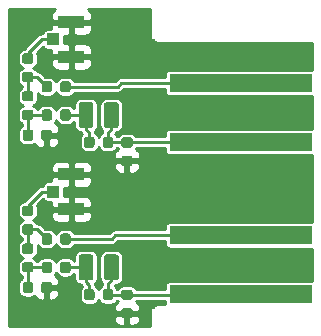
<source format=gbl>
G04 #@! TF.GenerationSoftware,KiCad,Pcbnew,(5.1.5)-3*
G04 #@! TF.CreationDate,2020-11-09T20:42:25-05:00*
G04 #@! TF.ProjectId,FilterDaughterboard,46696c74-6572-4446-9175-676874657262,rev?*
G04 #@! TF.SameCoordinates,Original*
G04 #@! TF.FileFunction,Copper,L4,Bot*
G04 #@! TF.FilePolarity,Positive*
%FSLAX46Y46*%
G04 Gerber Fmt 4.6, Leading zero omitted, Abs format (unit mm)*
G04 Created by KiCad (PCBNEW (5.1.5)-3) date 2020-11-09 20:42:25*
%MOMM*%
%LPD*%
G04 APERTURE LIST*
%ADD10R,1.050000X1.000000*%
%ADD11R,2.200000X1.050000*%
%ADD12C,0.100000*%
%ADD13R,11.999999X1.500000*%
%ADD14R,10.000000X1.500000*%
%ADD15C,0.762000*%
%ADD16C,0.254000*%
G04 APERTURE END LIST*
D10*
X87775000Y-126600000D03*
D11*
X89300000Y-125125000D03*
X89300000Y-128075000D03*
D10*
X87775000Y-139500000D03*
D11*
X89300000Y-138025000D03*
X89300000Y-140975000D03*
G04 #@! TA.AperFunction,SMDPad,CuDef*
D12*
G36*
X85877691Y-129351053D02*
G01*
X85898926Y-129354203D01*
X85919750Y-129359419D01*
X85939962Y-129366651D01*
X85959368Y-129375830D01*
X85977781Y-129386866D01*
X85995024Y-129399654D01*
X86010930Y-129414070D01*
X86025346Y-129429976D01*
X86038134Y-129447219D01*
X86049170Y-129465632D01*
X86058349Y-129485038D01*
X86065581Y-129505250D01*
X86070797Y-129526074D01*
X86073947Y-129547309D01*
X86075000Y-129568750D01*
X86075000Y-130006250D01*
X86073947Y-130027691D01*
X86070797Y-130048926D01*
X86065581Y-130069750D01*
X86058349Y-130089962D01*
X86049170Y-130109368D01*
X86038134Y-130127781D01*
X86025346Y-130145024D01*
X86010930Y-130160930D01*
X85995024Y-130175346D01*
X85977781Y-130188134D01*
X85959368Y-130199170D01*
X85939962Y-130208349D01*
X85919750Y-130215581D01*
X85898926Y-130220797D01*
X85877691Y-130223947D01*
X85856250Y-130225000D01*
X85343750Y-130225000D01*
X85322309Y-130223947D01*
X85301074Y-130220797D01*
X85280250Y-130215581D01*
X85260038Y-130208349D01*
X85240632Y-130199170D01*
X85222219Y-130188134D01*
X85204976Y-130175346D01*
X85189070Y-130160930D01*
X85174654Y-130145024D01*
X85161866Y-130127781D01*
X85150830Y-130109368D01*
X85141651Y-130089962D01*
X85134419Y-130069750D01*
X85129203Y-130048926D01*
X85126053Y-130027691D01*
X85125000Y-130006250D01*
X85125000Y-129568750D01*
X85126053Y-129547309D01*
X85129203Y-129526074D01*
X85134419Y-129505250D01*
X85141651Y-129485038D01*
X85150830Y-129465632D01*
X85161866Y-129447219D01*
X85174654Y-129429976D01*
X85189070Y-129414070D01*
X85204976Y-129399654D01*
X85222219Y-129386866D01*
X85240632Y-129375830D01*
X85260038Y-129366651D01*
X85280250Y-129359419D01*
X85301074Y-129354203D01*
X85322309Y-129351053D01*
X85343750Y-129350000D01*
X85856250Y-129350000D01*
X85877691Y-129351053D01*
G37*
G04 #@! TD.AperFunction*
G04 #@! TA.AperFunction,SMDPad,CuDef*
G36*
X85877691Y-127776053D02*
G01*
X85898926Y-127779203D01*
X85919750Y-127784419D01*
X85939962Y-127791651D01*
X85959368Y-127800830D01*
X85977781Y-127811866D01*
X85995024Y-127824654D01*
X86010930Y-127839070D01*
X86025346Y-127854976D01*
X86038134Y-127872219D01*
X86049170Y-127890632D01*
X86058349Y-127910038D01*
X86065581Y-127930250D01*
X86070797Y-127951074D01*
X86073947Y-127972309D01*
X86075000Y-127993750D01*
X86075000Y-128431250D01*
X86073947Y-128452691D01*
X86070797Y-128473926D01*
X86065581Y-128494750D01*
X86058349Y-128514962D01*
X86049170Y-128534368D01*
X86038134Y-128552781D01*
X86025346Y-128570024D01*
X86010930Y-128585930D01*
X85995024Y-128600346D01*
X85977781Y-128613134D01*
X85959368Y-128624170D01*
X85939962Y-128633349D01*
X85919750Y-128640581D01*
X85898926Y-128645797D01*
X85877691Y-128648947D01*
X85856250Y-128650000D01*
X85343750Y-128650000D01*
X85322309Y-128648947D01*
X85301074Y-128645797D01*
X85280250Y-128640581D01*
X85260038Y-128633349D01*
X85240632Y-128624170D01*
X85222219Y-128613134D01*
X85204976Y-128600346D01*
X85189070Y-128585930D01*
X85174654Y-128570024D01*
X85161866Y-128552781D01*
X85150830Y-128534368D01*
X85141651Y-128514962D01*
X85134419Y-128494750D01*
X85129203Y-128473926D01*
X85126053Y-128452691D01*
X85125000Y-128431250D01*
X85125000Y-127993750D01*
X85126053Y-127972309D01*
X85129203Y-127951074D01*
X85134419Y-127930250D01*
X85141651Y-127910038D01*
X85150830Y-127890632D01*
X85161866Y-127872219D01*
X85174654Y-127854976D01*
X85189070Y-127839070D01*
X85204976Y-127824654D01*
X85222219Y-127811866D01*
X85240632Y-127800830D01*
X85260038Y-127791651D01*
X85280250Y-127784419D01*
X85301074Y-127779203D01*
X85322309Y-127776053D01*
X85343750Y-127775000D01*
X85856250Y-127775000D01*
X85877691Y-127776053D01*
G37*
G04 #@! TD.AperFunction*
G04 #@! TA.AperFunction,SMDPad,CuDef*
G36*
X94277691Y-136451053D02*
G01*
X94298926Y-136454203D01*
X94319750Y-136459419D01*
X94339962Y-136466651D01*
X94359368Y-136475830D01*
X94377781Y-136486866D01*
X94395024Y-136499654D01*
X94410930Y-136514070D01*
X94425346Y-136529976D01*
X94438134Y-136547219D01*
X94449170Y-136565632D01*
X94458349Y-136585038D01*
X94465581Y-136605250D01*
X94470797Y-136626074D01*
X94473947Y-136647309D01*
X94475000Y-136668750D01*
X94475000Y-137106250D01*
X94473947Y-137127691D01*
X94470797Y-137148926D01*
X94465581Y-137169750D01*
X94458349Y-137189962D01*
X94449170Y-137209368D01*
X94438134Y-137227781D01*
X94425346Y-137245024D01*
X94410930Y-137260930D01*
X94395024Y-137275346D01*
X94377781Y-137288134D01*
X94359368Y-137299170D01*
X94339962Y-137308349D01*
X94319750Y-137315581D01*
X94298926Y-137320797D01*
X94277691Y-137323947D01*
X94256250Y-137325000D01*
X93743750Y-137325000D01*
X93722309Y-137323947D01*
X93701074Y-137320797D01*
X93680250Y-137315581D01*
X93660038Y-137308349D01*
X93640632Y-137299170D01*
X93622219Y-137288134D01*
X93604976Y-137275346D01*
X93589070Y-137260930D01*
X93574654Y-137245024D01*
X93561866Y-137227781D01*
X93550830Y-137209368D01*
X93541651Y-137189962D01*
X93534419Y-137169750D01*
X93529203Y-137148926D01*
X93526053Y-137127691D01*
X93525000Y-137106250D01*
X93525000Y-136668750D01*
X93526053Y-136647309D01*
X93529203Y-136626074D01*
X93534419Y-136605250D01*
X93541651Y-136585038D01*
X93550830Y-136565632D01*
X93561866Y-136547219D01*
X93574654Y-136529976D01*
X93589070Y-136514070D01*
X93604976Y-136499654D01*
X93622219Y-136486866D01*
X93640632Y-136475830D01*
X93660038Y-136466651D01*
X93680250Y-136459419D01*
X93701074Y-136454203D01*
X93722309Y-136451053D01*
X93743750Y-136450000D01*
X94256250Y-136450000D01*
X94277691Y-136451053D01*
G37*
G04 #@! TD.AperFunction*
G04 #@! TA.AperFunction,SMDPad,CuDef*
G36*
X94277691Y-134876053D02*
G01*
X94298926Y-134879203D01*
X94319750Y-134884419D01*
X94339962Y-134891651D01*
X94359368Y-134900830D01*
X94377781Y-134911866D01*
X94395024Y-134924654D01*
X94410930Y-134939070D01*
X94425346Y-134954976D01*
X94438134Y-134972219D01*
X94449170Y-134990632D01*
X94458349Y-135010038D01*
X94465581Y-135030250D01*
X94470797Y-135051074D01*
X94473947Y-135072309D01*
X94475000Y-135093750D01*
X94475000Y-135531250D01*
X94473947Y-135552691D01*
X94470797Y-135573926D01*
X94465581Y-135594750D01*
X94458349Y-135614962D01*
X94449170Y-135634368D01*
X94438134Y-135652781D01*
X94425346Y-135670024D01*
X94410930Y-135685930D01*
X94395024Y-135700346D01*
X94377781Y-135713134D01*
X94359368Y-135724170D01*
X94339962Y-135733349D01*
X94319750Y-135740581D01*
X94298926Y-135745797D01*
X94277691Y-135748947D01*
X94256250Y-135750000D01*
X93743750Y-135750000D01*
X93722309Y-135748947D01*
X93701074Y-135745797D01*
X93680250Y-135740581D01*
X93660038Y-135733349D01*
X93640632Y-135724170D01*
X93622219Y-135713134D01*
X93604976Y-135700346D01*
X93589070Y-135685930D01*
X93574654Y-135670024D01*
X93561866Y-135652781D01*
X93550830Y-135634368D01*
X93541651Y-135614962D01*
X93534419Y-135594750D01*
X93529203Y-135573926D01*
X93526053Y-135552691D01*
X93525000Y-135531250D01*
X93525000Y-135093750D01*
X93526053Y-135072309D01*
X93529203Y-135051074D01*
X93534419Y-135030250D01*
X93541651Y-135010038D01*
X93550830Y-134990632D01*
X93561866Y-134972219D01*
X93574654Y-134954976D01*
X93589070Y-134939070D01*
X93604976Y-134924654D01*
X93622219Y-134911866D01*
X93640632Y-134900830D01*
X93660038Y-134891651D01*
X93680250Y-134884419D01*
X93701074Y-134879203D01*
X93722309Y-134876053D01*
X93743750Y-134875000D01*
X94256250Y-134875000D01*
X94277691Y-134876053D01*
G37*
G04 #@! TD.AperFunction*
G04 #@! TA.AperFunction,SMDPad,CuDef*
G36*
X87427691Y-134226053D02*
G01*
X87448926Y-134229203D01*
X87469750Y-134234419D01*
X87489962Y-134241651D01*
X87509368Y-134250830D01*
X87527781Y-134261866D01*
X87545024Y-134274654D01*
X87560930Y-134289070D01*
X87575346Y-134304976D01*
X87588134Y-134322219D01*
X87599170Y-134340632D01*
X87608349Y-134360038D01*
X87615581Y-134380250D01*
X87620797Y-134401074D01*
X87623947Y-134422309D01*
X87625000Y-134443750D01*
X87625000Y-134956250D01*
X87623947Y-134977691D01*
X87620797Y-134998926D01*
X87615581Y-135019750D01*
X87608349Y-135039962D01*
X87599170Y-135059368D01*
X87588134Y-135077781D01*
X87575346Y-135095024D01*
X87560930Y-135110930D01*
X87545024Y-135125346D01*
X87527781Y-135138134D01*
X87509368Y-135149170D01*
X87489962Y-135158349D01*
X87469750Y-135165581D01*
X87448926Y-135170797D01*
X87427691Y-135173947D01*
X87406250Y-135175000D01*
X86968750Y-135175000D01*
X86947309Y-135173947D01*
X86926074Y-135170797D01*
X86905250Y-135165581D01*
X86885038Y-135158349D01*
X86865632Y-135149170D01*
X86847219Y-135138134D01*
X86829976Y-135125346D01*
X86814070Y-135110930D01*
X86799654Y-135095024D01*
X86786866Y-135077781D01*
X86775830Y-135059368D01*
X86766651Y-135039962D01*
X86759419Y-135019750D01*
X86754203Y-134998926D01*
X86751053Y-134977691D01*
X86750000Y-134956250D01*
X86750000Y-134443750D01*
X86751053Y-134422309D01*
X86754203Y-134401074D01*
X86759419Y-134380250D01*
X86766651Y-134360038D01*
X86775830Y-134340632D01*
X86786866Y-134322219D01*
X86799654Y-134304976D01*
X86814070Y-134289070D01*
X86829976Y-134274654D01*
X86847219Y-134261866D01*
X86865632Y-134250830D01*
X86885038Y-134241651D01*
X86905250Y-134234419D01*
X86926074Y-134229203D01*
X86947309Y-134226053D01*
X86968750Y-134225000D01*
X87406250Y-134225000D01*
X87427691Y-134226053D01*
G37*
G04 #@! TD.AperFunction*
G04 #@! TA.AperFunction,SMDPad,CuDef*
G36*
X85852691Y-134226053D02*
G01*
X85873926Y-134229203D01*
X85894750Y-134234419D01*
X85914962Y-134241651D01*
X85934368Y-134250830D01*
X85952781Y-134261866D01*
X85970024Y-134274654D01*
X85985930Y-134289070D01*
X86000346Y-134304976D01*
X86013134Y-134322219D01*
X86024170Y-134340632D01*
X86033349Y-134360038D01*
X86040581Y-134380250D01*
X86045797Y-134401074D01*
X86048947Y-134422309D01*
X86050000Y-134443750D01*
X86050000Y-134956250D01*
X86048947Y-134977691D01*
X86045797Y-134998926D01*
X86040581Y-135019750D01*
X86033349Y-135039962D01*
X86024170Y-135059368D01*
X86013134Y-135077781D01*
X86000346Y-135095024D01*
X85985930Y-135110930D01*
X85970024Y-135125346D01*
X85952781Y-135138134D01*
X85934368Y-135149170D01*
X85914962Y-135158349D01*
X85894750Y-135165581D01*
X85873926Y-135170797D01*
X85852691Y-135173947D01*
X85831250Y-135175000D01*
X85393750Y-135175000D01*
X85372309Y-135173947D01*
X85351074Y-135170797D01*
X85330250Y-135165581D01*
X85310038Y-135158349D01*
X85290632Y-135149170D01*
X85272219Y-135138134D01*
X85254976Y-135125346D01*
X85239070Y-135110930D01*
X85224654Y-135095024D01*
X85211866Y-135077781D01*
X85200830Y-135059368D01*
X85191651Y-135039962D01*
X85184419Y-135019750D01*
X85179203Y-134998926D01*
X85176053Y-134977691D01*
X85175000Y-134956250D01*
X85175000Y-134443750D01*
X85176053Y-134422309D01*
X85179203Y-134401074D01*
X85184419Y-134380250D01*
X85191651Y-134360038D01*
X85200830Y-134340632D01*
X85211866Y-134322219D01*
X85224654Y-134304976D01*
X85239070Y-134289070D01*
X85254976Y-134274654D01*
X85272219Y-134261866D01*
X85290632Y-134250830D01*
X85310038Y-134241651D01*
X85330250Y-134234419D01*
X85351074Y-134229203D01*
X85372309Y-134226053D01*
X85393750Y-134225000D01*
X85831250Y-134225000D01*
X85852691Y-134226053D01*
G37*
G04 #@! TD.AperFunction*
G04 #@! TA.AperFunction,SMDPad,CuDef*
G36*
X85877691Y-142251053D02*
G01*
X85898926Y-142254203D01*
X85919750Y-142259419D01*
X85939962Y-142266651D01*
X85959368Y-142275830D01*
X85977781Y-142286866D01*
X85995024Y-142299654D01*
X86010930Y-142314070D01*
X86025346Y-142329976D01*
X86038134Y-142347219D01*
X86049170Y-142365632D01*
X86058349Y-142385038D01*
X86065581Y-142405250D01*
X86070797Y-142426074D01*
X86073947Y-142447309D01*
X86075000Y-142468750D01*
X86075000Y-142906250D01*
X86073947Y-142927691D01*
X86070797Y-142948926D01*
X86065581Y-142969750D01*
X86058349Y-142989962D01*
X86049170Y-143009368D01*
X86038134Y-143027781D01*
X86025346Y-143045024D01*
X86010930Y-143060930D01*
X85995024Y-143075346D01*
X85977781Y-143088134D01*
X85959368Y-143099170D01*
X85939962Y-143108349D01*
X85919750Y-143115581D01*
X85898926Y-143120797D01*
X85877691Y-143123947D01*
X85856250Y-143125000D01*
X85343750Y-143125000D01*
X85322309Y-143123947D01*
X85301074Y-143120797D01*
X85280250Y-143115581D01*
X85260038Y-143108349D01*
X85240632Y-143099170D01*
X85222219Y-143088134D01*
X85204976Y-143075346D01*
X85189070Y-143060930D01*
X85174654Y-143045024D01*
X85161866Y-143027781D01*
X85150830Y-143009368D01*
X85141651Y-142989962D01*
X85134419Y-142969750D01*
X85129203Y-142948926D01*
X85126053Y-142927691D01*
X85125000Y-142906250D01*
X85125000Y-142468750D01*
X85126053Y-142447309D01*
X85129203Y-142426074D01*
X85134419Y-142405250D01*
X85141651Y-142385038D01*
X85150830Y-142365632D01*
X85161866Y-142347219D01*
X85174654Y-142329976D01*
X85189070Y-142314070D01*
X85204976Y-142299654D01*
X85222219Y-142286866D01*
X85240632Y-142275830D01*
X85260038Y-142266651D01*
X85280250Y-142259419D01*
X85301074Y-142254203D01*
X85322309Y-142251053D01*
X85343750Y-142250000D01*
X85856250Y-142250000D01*
X85877691Y-142251053D01*
G37*
G04 #@! TD.AperFunction*
G04 #@! TA.AperFunction,SMDPad,CuDef*
G36*
X85877691Y-140676053D02*
G01*
X85898926Y-140679203D01*
X85919750Y-140684419D01*
X85939962Y-140691651D01*
X85959368Y-140700830D01*
X85977781Y-140711866D01*
X85995024Y-140724654D01*
X86010930Y-140739070D01*
X86025346Y-140754976D01*
X86038134Y-140772219D01*
X86049170Y-140790632D01*
X86058349Y-140810038D01*
X86065581Y-140830250D01*
X86070797Y-140851074D01*
X86073947Y-140872309D01*
X86075000Y-140893750D01*
X86075000Y-141331250D01*
X86073947Y-141352691D01*
X86070797Y-141373926D01*
X86065581Y-141394750D01*
X86058349Y-141414962D01*
X86049170Y-141434368D01*
X86038134Y-141452781D01*
X86025346Y-141470024D01*
X86010930Y-141485930D01*
X85995024Y-141500346D01*
X85977781Y-141513134D01*
X85959368Y-141524170D01*
X85939962Y-141533349D01*
X85919750Y-141540581D01*
X85898926Y-141545797D01*
X85877691Y-141548947D01*
X85856250Y-141550000D01*
X85343750Y-141550000D01*
X85322309Y-141548947D01*
X85301074Y-141545797D01*
X85280250Y-141540581D01*
X85260038Y-141533349D01*
X85240632Y-141524170D01*
X85222219Y-141513134D01*
X85204976Y-141500346D01*
X85189070Y-141485930D01*
X85174654Y-141470024D01*
X85161866Y-141452781D01*
X85150830Y-141434368D01*
X85141651Y-141414962D01*
X85134419Y-141394750D01*
X85129203Y-141373926D01*
X85126053Y-141352691D01*
X85125000Y-141331250D01*
X85125000Y-140893750D01*
X85126053Y-140872309D01*
X85129203Y-140851074D01*
X85134419Y-140830250D01*
X85141651Y-140810038D01*
X85150830Y-140790632D01*
X85161866Y-140772219D01*
X85174654Y-140754976D01*
X85189070Y-140739070D01*
X85204976Y-140724654D01*
X85222219Y-140711866D01*
X85240632Y-140700830D01*
X85260038Y-140691651D01*
X85280250Y-140684419D01*
X85301074Y-140679203D01*
X85322309Y-140676053D01*
X85343750Y-140675000D01*
X85856250Y-140675000D01*
X85877691Y-140676053D01*
G37*
G04 #@! TD.AperFunction*
G04 #@! TA.AperFunction,SMDPad,CuDef*
G36*
X94277691Y-149351053D02*
G01*
X94298926Y-149354203D01*
X94319750Y-149359419D01*
X94339962Y-149366651D01*
X94359368Y-149375830D01*
X94377781Y-149386866D01*
X94395024Y-149399654D01*
X94410930Y-149414070D01*
X94425346Y-149429976D01*
X94438134Y-149447219D01*
X94449170Y-149465632D01*
X94458349Y-149485038D01*
X94465581Y-149505250D01*
X94470797Y-149526074D01*
X94473947Y-149547309D01*
X94475000Y-149568750D01*
X94475000Y-150006250D01*
X94473947Y-150027691D01*
X94470797Y-150048926D01*
X94465581Y-150069750D01*
X94458349Y-150089962D01*
X94449170Y-150109368D01*
X94438134Y-150127781D01*
X94425346Y-150145024D01*
X94410930Y-150160930D01*
X94395024Y-150175346D01*
X94377781Y-150188134D01*
X94359368Y-150199170D01*
X94339962Y-150208349D01*
X94319750Y-150215581D01*
X94298926Y-150220797D01*
X94277691Y-150223947D01*
X94256250Y-150225000D01*
X93743750Y-150225000D01*
X93722309Y-150223947D01*
X93701074Y-150220797D01*
X93680250Y-150215581D01*
X93660038Y-150208349D01*
X93640632Y-150199170D01*
X93622219Y-150188134D01*
X93604976Y-150175346D01*
X93589070Y-150160930D01*
X93574654Y-150145024D01*
X93561866Y-150127781D01*
X93550830Y-150109368D01*
X93541651Y-150089962D01*
X93534419Y-150069750D01*
X93529203Y-150048926D01*
X93526053Y-150027691D01*
X93525000Y-150006250D01*
X93525000Y-149568750D01*
X93526053Y-149547309D01*
X93529203Y-149526074D01*
X93534419Y-149505250D01*
X93541651Y-149485038D01*
X93550830Y-149465632D01*
X93561866Y-149447219D01*
X93574654Y-149429976D01*
X93589070Y-149414070D01*
X93604976Y-149399654D01*
X93622219Y-149386866D01*
X93640632Y-149375830D01*
X93660038Y-149366651D01*
X93680250Y-149359419D01*
X93701074Y-149354203D01*
X93722309Y-149351053D01*
X93743750Y-149350000D01*
X94256250Y-149350000D01*
X94277691Y-149351053D01*
G37*
G04 #@! TD.AperFunction*
G04 #@! TA.AperFunction,SMDPad,CuDef*
G36*
X94277691Y-147776053D02*
G01*
X94298926Y-147779203D01*
X94319750Y-147784419D01*
X94339962Y-147791651D01*
X94359368Y-147800830D01*
X94377781Y-147811866D01*
X94395024Y-147824654D01*
X94410930Y-147839070D01*
X94425346Y-147854976D01*
X94438134Y-147872219D01*
X94449170Y-147890632D01*
X94458349Y-147910038D01*
X94465581Y-147930250D01*
X94470797Y-147951074D01*
X94473947Y-147972309D01*
X94475000Y-147993750D01*
X94475000Y-148431250D01*
X94473947Y-148452691D01*
X94470797Y-148473926D01*
X94465581Y-148494750D01*
X94458349Y-148514962D01*
X94449170Y-148534368D01*
X94438134Y-148552781D01*
X94425346Y-148570024D01*
X94410930Y-148585930D01*
X94395024Y-148600346D01*
X94377781Y-148613134D01*
X94359368Y-148624170D01*
X94339962Y-148633349D01*
X94319750Y-148640581D01*
X94298926Y-148645797D01*
X94277691Y-148648947D01*
X94256250Y-148650000D01*
X93743750Y-148650000D01*
X93722309Y-148648947D01*
X93701074Y-148645797D01*
X93680250Y-148640581D01*
X93660038Y-148633349D01*
X93640632Y-148624170D01*
X93622219Y-148613134D01*
X93604976Y-148600346D01*
X93589070Y-148585930D01*
X93574654Y-148570024D01*
X93561866Y-148552781D01*
X93550830Y-148534368D01*
X93541651Y-148514962D01*
X93534419Y-148494750D01*
X93529203Y-148473926D01*
X93526053Y-148452691D01*
X93525000Y-148431250D01*
X93525000Y-147993750D01*
X93526053Y-147972309D01*
X93529203Y-147951074D01*
X93534419Y-147930250D01*
X93541651Y-147910038D01*
X93550830Y-147890632D01*
X93561866Y-147872219D01*
X93574654Y-147854976D01*
X93589070Y-147839070D01*
X93604976Y-147824654D01*
X93622219Y-147811866D01*
X93640632Y-147800830D01*
X93660038Y-147791651D01*
X93680250Y-147784419D01*
X93701074Y-147779203D01*
X93722309Y-147776053D01*
X93743750Y-147775000D01*
X94256250Y-147775000D01*
X94277691Y-147776053D01*
G37*
G04 #@! TD.AperFunction*
G04 #@! TA.AperFunction,SMDPad,CuDef*
G36*
X87427691Y-147126053D02*
G01*
X87448926Y-147129203D01*
X87469750Y-147134419D01*
X87489962Y-147141651D01*
X87509368Y-147150830D01*
X87527781Y-147161866D01*
X87545024Y-147174654D01*
X87560930Y-147189070D01*
X87575346Y-147204976D01*
X87588134Y-147222219D01*
X87599170Y-147240632D01*
X87608349Y-147260038D01*
X87615581Y-147280250D01*
X87620797Y-147301074D01*
X87623947Y-147322309D01*
X87625000Y-147343750D01*
X87625000Y-147856250D01*
X87623947Y-147877691D01*
X87620797Y-147898926D01*
X87615581Y-147919750D01*
X87608349Y-147939962D01*
X87599170Y-147959368D01*
X87588134Y-147977781D01*
X87575346Y-147995024D01*
X87560930Y-148010930D01*
X87545024Y-148025346D01*
X87527781Y-148038134D01*
X87509368Y-148049170D01*
X87489962Y-148058349D01*
X87469750Y-148065581D01*
X87448926Y-148070797D01*
X87427691Y-148073947D01*
X87406250Y-148075000D01*
X86968750Y-148075000D01*
X86947309Y-148073947D01*
X86926074Y-148070797D01*
X86905250Y-148065581D01*
X86885038Y-148058349D01*
X86865632Y-148049170D01*
X86847219Y-148038134D01*
X86829976Y-148025346D01*
X86814070Y-148010930D01*
X86799654Y-147995024D01*
X86786866Y-147977781D01*
X86775830Y-147959368D01*
X86766651Y-147939962D01*
X86759419Y-147919750D01*
X86754203Y-147898926D01*
X86751053Y-147877691D01*
X86750000Y-147856250D01*
X86750000Y-147343750D01*
X86751053Y-147322309D01*
X86754203Y-147301074D01*
X86759419Y-147280250D01*
X86766651Y-147260038D01*
X86775830Y-147240632D01*
X86786866Y-147222219D01*
X86799654Y-147204976D01*
X86814070Y-147189070D01*
X86829976Y-147174654D01*
X86847219Y-147161866D01*
X86865632Y-147150830D01*
X86885038Y-147141651D01*
X86905250Y-147134419D01*
X86926074Y-147129203D01*
X86947309Y-147126053D01*
X86968750Y-147125000D01*
X87406250Y-147125000D01*
X87427691Y-147126053D01*
G37*
G04 #@! TD.AperFunction*
G04 #@! TA.AperFunction,SMDPad,CuDef*
G36*
X85852691Y-147126053D02*
G01*
X85873926Y-147129203D01*
X85894750Y-147134419D01*
X85914962Y-147141651D01*
X85934368Y-147150830D01*
X85952781Y-147161866D01*
X85970024Y-147174654D01*
X85985930Y-147189070D01*
X86000346Y-147204976D01*
X86013134Y-147222219D01*
X86024170Y-147240632D01*
X86033349Y-147260038D01*
X86040581Y-147280250D01*
X86045797Y-147301074D01*
X86048947Y-147322309D01*
X86050000Y-147343750D01*
X86050000Y-147856250D01*
X86048947Y-147877691D01*
X86045797Y-147898926D01*
X86040581Y-147919750D01*
X86033349Y-147939962D01*
X86024170Y-147959368D01*
X86013134Y-147977781D01*
X86000346Y-147995024D01*
X85985930Y-148010930D01*
X85970024Y-148025346D01*
X85952781Y-148038134D01*
X85934368Y-148049170D01*
X85914962Y-148058349D01*
X85894750Y-148065581D01*
X85873926Y-148070797D01*
X85852691Y-148073947D01*
X85831250Y-148075000D01*
X85393750Y-148075000D01*
X85372309Y-148073947D01*
X85351074Y-148070797D01*
X85330250Y-148065581D01*
X85310038Y-148058349D01*
X85290632Y-148049170D01*
X85272219Y-148038134D01*
X85254976Y-148025346D01*
X85239070Y-148010930D01*
X85224654Y-147995024D01*
X85211866Y-147977781D01*
X85200830Y-147959368D01*
X85191651Y-147939962D01*
X85184419Y-147919750D01*
X85179203Y-147898926D01*
X85176053Y-147877691D01*
X85175000Y-147856250D01*
X85175000Y-147343750D01*
X85176053Y-147322309D01*
X85179203Y-147301074D01*
X85184419Y-147280250D01*
X85191651Y-147260038D01*
X85200830Y-147240632D01*
X85211866Y-147222219D01*
X85224654Y-147204976D01*
X85239070Y-147189070D01*
X85254976Y-147174654D01*
X85272219Y-147161866D01*
X85290632Y-147150830D01*
X85310038Y-147141651D01*
X85330250Y-147134419D01*
X85351074Y-147129203D01*
X85372309Y-147126053D01*
X85393750Y-147125000D01*
X85831250Y-147125000D01*
X85852691Y-147126053D01*
G37*
G04 #@! TD.AperFunction*
G04 #@! TA.AperFunction,SMDPad,CuDef*
G36*
X90924504Y-131901204D02*
G01*
X90948773Y-131904804D01*
X90972571Y-131910765D01*
X90995671Y-131919030D01*
X91017849Y-131929520D01*
X91038893Y-131942133D01*
X91058598Y-131956747D01*
X91076777Y-131973223D01*
X91093253Y-131991402D01*
X91107867Y-132011107D01*
X91120480Y-132032151D01*
X91130970Y-132054329D01*
X91139235Y-132077429D01*
X91145196Y-132101227D01*
X91148796Y-132125496D01*
X91150000Y-132150000D01*
X91150000Y-133850000D01*
X91148796Y-133874504D01*
X91145196Y-133898773D01*
X91139235Y-133922571D01*
X91130970Y-133945671D01*
X91120480Y-133967849D01*
X91107867Y-133988893D01*
X91093253Y-134008598D01*
X91076777Y-134026777D01*
X91058598Y-134043253D01*
X91038893Y-134057867D01*
X91017849Y-134070480D01*
X90995671Y-134080970D01*
X90972571Y-134089235D01*
X90948773Y-134095196D01*
X90924504Y-134098796D01*
X90900000Y-134100000D01*
X90150000Y-134100000D01*
X90125496Y-134098796D01*
X90101227Y-134095196D01*
X90077429Y-134089235D01*
X90054329Y-134080970D01*
X90032151Y-134070480D01*
X90011107Y-134057867D01*
X89991402Y-134043253D01*
X89973223Y-134026777D01*
X89956747Y-134008598D01*
X89942133Y-133988893D01*
X89929520Y-133967849D01*
X89919030Y-133945671D01*
X89910765Y-133922571D01*
X89904804Y-133898773D01*
X89901204Y-133874504D01*
X89900000Y-133850000D01*
X89900000Y-132150000D01*
X89901204Y-132125496D01*
X89904804Y-132101227D01*
X89910765Y-132077429D01*
X89919030Y-132054329D01*
X89929520Y-132032151D01*
X89942133Y-132011107D01*
X89956747Y-131991402D01*
X89973223Y-131973223D01*
X89991402Y-131956747D01*
X90011107Y-131942133D01*
X90032151Y-131929520D01*
X90054329Y-131919030D01*
X90077429Y-131910765D01*
X90101227Y-131904804D01*
X90125496Y-131901204D01*
X90150000Y-131900000D01*
X90900000Y-131900000D01*
X90924504Y-131901204D01*
G37*
G04 #@! TD.AperFunction*
G04 #@! TA.AperFunction,SMDPad,CuDef*
G36*
X93074504Y-131901204D02*
G01*
X93098773Y-131904804D01*
X93122571Y-131910765D01*
X93145671Y-131919030D01*
X93167849Y-131929520D01*
X93188893Y-131942133D01*
X93208598Y-131956747D01*
X93226777Y-131973223D01*
X93243253Y-131991402D01*
X93257867Y-132011107D01*
X93270480Y-132032151D01*
X93280970Y-132054329D01*
X93289235Y-132077429D01*
X93295196Y-132101227D01*
X93298796Y-132125496D01*
X93300000Y-132150000D01*
X93300000Y-133850000D01*
X93298796Y-133874504D01*
X93295196Y-133898773D01*
X93289235Y-133922571D01*
X93280970Y-133945671D01*
X93270480Y-133967849D01*
X93257867Y-133988893D01*
X93243253Y-134008598D01*
X93226777Y-134026777D01*
X93208598Y-134043253D01*
X93188893Y-134057867D01*
X93167849Y-134070480D01*
X93145671Y-134080970D01*
X93122571Y-134089235D01*
X93098773Y-134095196D01*
X93074504Y-134098796D01*
X93050000Y-134100000D01*
X92300000Y-134100000D01*
X92275496Y-134098796D01*
X92251227Y-134095196D01*
X92227429Y-134089235D01*
X92204329Y-134080970D01*
X92182151Y-134070480D01*
X92161107Y-134057867D01*
X92141402Y-134043253D01*
X92123223Y-134026777D01*
X92106747Y-134008598D01*
X92092133Y-133988893D01*
X92079520Y-133967849D01*
X92069030Y-133945671D01*
X92060765Y-133922571D01*
X92054804Y-133898773D01*
X92051204Y-133874504D01*
X92050000Y-133850000D01*
X92050000Y-132150000D01*
X92051204Y-132125496D01*
X92054804Y-132101227D01*
X92060765Y-132077429D01*
X92069030Y-132054329D01*
X92079520Y-132032151D01*
X92092133Y-132011107D01*
X92106747Y-131991402D01*
X92123223Y-131973223D01*
X92141402Y-131956747D01*
X92161107Y-131942133D01*
X92182151Y-131929520D01*
X92204329Y-131919030D01*
X92227429Y-131910765D01*
X92251227Y-131904804D01*
X92275496Y-131901204D01*
X92300000Y-131900000D01*
X93050000Y-131900000D01*
X93074504Y-131901204D01*
G37*
G04 #@! TD.AperFunction*
G04 #@! TA.AperFunction,SMDPad,CuDef*
G36*
X85877691Y-130976053D02*
G01*
X85898926Y-130979203D01*
X85919750Y-130984419D01*
X85939962Y-130991651D01*
X85959368Y-131000830D01*
X85977781Y-131011866D01*
X85995024Y-131024654D01*
X86010930Y-131039070D01*
X86025346Y-131054976D01*
X86038134Y-131072219D01*
X86049170Y-131090632D01*
X86058349Y-131110038D01*
X86065581Y-131130250D01*
X86070797Y-131151074D01*
X86073947Y-131172309D01*
X86075000Y-131193750D01*
X86075000Y-131631250D01*
X86073947Y-131652691D01*
X86070797Y-131673926D01*
X86065581Y-131694750D01*
X86058349Y-131714962D01*
X86049170Y-131734368D01*
X86038134Y-131752781D01*
X86025346Y-131770024D01*
X86010930Y-131785930D01*
X85995024Y-131800346D01*
X85977781Y-131813134D01*
X85959368Y-131824170D01*
X85939962Y-131833349D01*
X85919750Y-131840581D01*
X85898926Y-131845797D01*
X85877691Y-131848947D01*
X85856250Y-131850000D01*
X85343750Y-131850000D01*
X85322309Y-131848947D01*
X85301074Y-131845797D01*
X85280250Y-131840581D01*
X85260038Y-131833349D01*
X85240632Y-131824170D01*
X85222219Y-131813134D01*
X85204976Y-131800346D01*
X85189070Y-131785930D01*
X85174654Y-131770024D01*
X85161866Y-131752781D01*
X85150830Y-131734368D01*
X85141651Y-131714962D01*
X85134419Y-131694750D01*
X85129203Y-131673926D01*
X85126053Y-131652691D01*
X85125000Y-131631250D01*
X85125000Y-131193750D01*
X85126053Y-131172309D01*
X85129203Y-131151074D01*
X85134419Y-131130250D01*
X85141651Y-131110038D01*
X85150830Y-131090632D01*
X85161866Y-131072219D01*
X85174654Y-131054976D01*
X85189070Y-131039070D01*
X85204976Y-131024654D01*
X85222219Y-131011866D01*
X85240632Y-131000830D01*
X85260038Y-130991651D01*
X85280250Y-130984419D01*
X85301074Y-130979203D01*
X85322309Y-130976053D01*
X85343750Y-130975000D01*
X85856250Y-130975000D01*
X85877691Y-130976053D01*
G37*
G04 #@! TD.AperFunction*
G04 #@! TA.AperFunction,SMDPad,CuDef*
G36*
X85877691Y-132551053D02*
G01*
X85898926Y-132554203D01*
X85919750Y-132559419D01*
X85939962Y-132566651D01*
X85959368Y-132575830D01*
X85977781Y-132586866D01*
X85995024Y-132599654D01*
X86010930Y-132614070D01*
X86025346Y-132629976D01*
X86038134Y-132647219D01*
X86049170Y-132665632D01*
X86058349Y-132685038D01*
X86065581Y-132705250D01*
X86070797Y-132726074D01*
X86073947Y-132747309D01*
X86075000Y-132768750D01*
X86075000Y-133206250D01*
X86073947Y-133227691D01*
X86070797Y-133248926D01*
X86065581Y-133269750D01*
X86058349Y-133289962D01*
X86049170Y-133309368D01*
X86038134Y-133327781D01*
X86025346Y-133345024D01*
X86010930Y-133360930D01*
X85995024Y-133375346D01*
X85977781Y-133388134D01*
X85959368Y-133399170D01*
X85939962Y-133408349D01*
X85919750Y-133415581D01*
X85898926Y-133420797D01*
X85877691Y-133423947D01*
X85856250Y-133425000D01*
X85343750Y-133425000D01*
X85322309Y-133423947D01*
X85301074Y-133420797D01*
X85280250Y-133415581D01*
X85260038Y-133408349D01*
X85240632Y-133399170D01*
X85222219Y-133388134D01*
X85204976Y-133375346D01*
X85189070Y-133360930D01*
X85174654Y-133345024D01*
X85161866Y-133327781D01*
X85150830Y-133309368D01*
X85141651Y-133289962D01*
X85134419Y-133269750D01*
X85129203Y-133248926D01*
X85126053Y-133227691D01*
X85125000Y-133206250D01*
X85125000Y-132768750D01*
X85126053Y-132747309D01*
X85129203Y-132726074D01*
X85134419Y-132705250D01*
X85141651Y-132685038D01*
X85150830Y-132665632D01*
X85161866Y-132647219D01*
X85174654Y-132629976D01*
X85189070Y-132614070D01*
X85204976Y-132599654D01*
X85222219Y-132586866D01*
X85240632Y-132575830D01*
X85260038Y-132566651D01*
X85280250Y-132559419D01*
X85301074Y-132554203D01*
X85322309Y-132551053D01*
X85343750Y-132550000D01*
X85856250Y-132550000D01*
X85877691Y-132551053D01*
G37*
G04 #@! TD.AperFunction*
G04 #@! TA.AperFunction,SMDPad,CuDef*
G36*
X90924504Y-144801204D02*
G01*
X90948773Y-144804804D01*
X90972571Y-144810765D01*
X90995671Y-144819030D01*
X91017849Y-144829520D01*
X91038893Y-144842133D01*
X91058598Y-144856747D01*
X91076777Y-144873223D01*
X91093253Y-144891402D01*
X91107867Y-144911107D01*
X91120480Y-144932151D01*
X91130970Y-144954329D01*
X91139235Y-144977429D01*
X91145196Y-145001227D01*
X91148796Y-145025496D01*
X91150000Y-145050000D01*
X91150000Y-146750000D01*
X91148796Y-146774504D01*
X91145196Y-146798773D01*
X91139235Y-146822571D01*
X91130970Y-146845671D01*
X91120480Y-146867849D01*
X91107867Y-146888893D01*
X91093253Y-146908598D01*
X91076777Y-146926777D01*
X91058598Y-146943253D01*
X91038893Y-146957867D01*
X91017849Y-146970480D01*
X90995671Y-146980970D01*
X90972571Y-146989235D01*
X90948773Y-146995196D01*
X90924504Y-146998796D01*
X90900000Y-147000000D01*
X90150000Y-147000000D01*
X90125496Y-146998796D01*
X90101227Y-146995196D01*
X90077429Y-146989235D01*
X90054329Y-146980970D01*
X90032151Y-146970480D01*
X90011107Y-146957867D01*
X89991402Y-146943253D01*
X89973223Y-146926777D01*
X89956747Y-146908598D01*
X89942133Y-146888893D01*
X89929520Y-146867849D01*
X89919030Y-146845671D01*
X89910765Y-146822571D01*
X89904804Y-146798773D01*
X89901204Y-146774504D01*
X89900000Y-146750000D01*
X89900000Y-145050000D01*
X89901204Y-145025496D01*
X89904804Y-145001227D01*
X89910765Y-144977429D01*
X89919030Y-144954329D01*
X89929520Y-144932151D01*
X89942133Y-144911107D01*
X89956747Y-144891402D01*
X89973223Y-144873223D01*
X89991402Y-144856747D01*
X90011107Y-144842133D01*
X90032151Y-144829520D01*
X90054329Y-144819030D01*
X90077429Y-144810765D01*
X90101227Y-144804804D01*
X90125496Y-144801204D01*
X90150000Y-144800000D01*
X90900000Y-144800000D01*
X90924504Y-144801204D01*
G37*
G04 #@! TD.AperFunction*
G04 #@! TA.AperFunction,SMDPad,CuDef*
G36*
X93074504Y-144801204D02*
G01*
X93098773Y-144804804D01*
X93122571Y-144810765D01*
X93145671Y-144819030D01*
X93167849Y-144829520D01*
X93188893Y-144842133D01*
X93208598Y-144856747D01*
X93226777Y-144873223D01*
X93243253Y-144891402D01*
X93257867Y-144911107D01*
X93270480Y-144932151D01*
X93280970Y-144954329D01*
X93289235Y-144977429D01*
X93295196Y-145001227D01*
X93298796Y-145025496D01*
X93300000Y-145050000D01*
X93300000Y-146750000D01*
X93298796Y-146774504D01*
X93295196Y-146798773D01*
X93289235Y-146822571D01*
X93280970Y-146845671D01*
X93270480Y-146867849D01*
X93257867Y-146888893D01*
X93243253Y-146908598D01*
X93226777Y-146926777D01*
X93208598Y-146943253D01*
X93188893Y-146957867D01*
X93167849Y-146970480D01*
X93145671Y-146980970D01*
X93122571Y-146989235D01*
X93098773Y-146995196D01*
X93074504Y-146998796D01*
X93050000Y-147000000D01*
X92300000Y-147000000D01*
X92275496Y-146998796D01*
X92251227Y-146995196D01*
X92227429Y-146989235D01*
X92204329Y-146980970D01*
X92182151Y-146970480D01*
X92161107Y-146957867D01*
X92141402Y-146943253D01*
X92123223Y-146926777D01*
X92106747Y-146908598D01*
X92092133Y-146888893D01*
X92079520Y-146867849D01*
X92069030Y-146845671D01*
X92060765Y-146822571D01*
X92054804Y-146798773D01*
X92051204Y-146774504D01*
X92050000Y-146750000D01*
X92050000Y-145050000D01*
X92051204Y-145025496D01*
X92054804Y-145001227D01*
X92060765Y-144977429D01*
X92069030Y-144954329D01*
X92079520Y-144932151D01*
X92092133Y-144911107D01*
X92106747Y-144891402D01*
X92123223Y-144873223D01*
X92141402Y-144856747D01*
X92161107Y-144842133D01*
X92182151Y-144829520D01*
X92204329Y-144819030D01*
X92227429Y-144810765D01*
X92251227Y-144804804D01*
X92275496Y-144801204D01*
X92300000Y-144800000D01*
X93050000Y-144800000D01*
X93074504Y-144801204D01*
G37*
G04 #@! TD.AperFunction*
G04 #@! TA.AperFunction,SMDPad,CuDef*
G36*
X85877691Y-143876053D02*
G01*
X85898926Y-143879203D01*
X85919750Y-143884419D01*
X85939962Y-143891651D01*
X85959368Y-143900830D01*
X85977781Y-143911866D01*
X85995024Y-143924654D01*
X86010930Y-143939070D01*
X86025346Y-143954976D01*
X86038134Y-143972219D01*
X86049170Y-143990632D01*
X86058349Y-144010038D01*
X86065581Y-144030250D01*
X86070797Y-144051074D01*
X86073947Y-144072309D01*
X86075000Y-144093750D01*
X86075000Y-144531250D01*
X86073947Y-144552691D01*
X86070797Y-144573926D01*
X86065581Y-144594750D01*
X86058349Y-144614962D01*
X86049170Y-144634368D01*
X86038134Y-144652781D01*
X86025346Y-144670024D01*
X86010930Y-144685930D01*
X85995024Y-144700346D01*
X85977781Y-144713134D01*
X85959368Y-144724170D01*
X85939962Y-144733349D01*
X85919750Y-144740581D01*
X85898926Y-144745797D01*
X85877691Y-144748947D01*
X85856250Y-144750000D01*
X85343750Y-144750000D01*
X85322309Y-144748947D01*
X85301074Y-144745797D01*
X85280250Y-144740581D01*
X85260038Y-144733349D01*
X85240632Y-144724170D01*
X85222219Y-144713134D01*
X85204976Y-144700346D01*
X85189070Y-144685930D01*
X85174654Y-144670024D01*
X85161866Y-144652781D01*
X85150830Y-144634368D01*
X85141651Y-144614962D01*
X85134419Y-144594750D01*
X85129203Y-144573926D01*
X85126053Y-144552691D01*
X85125000Y-144531250D01*
X85125000Y-144093750D01*
X85126053Y-144072309D01*
X85129203Y-144051074D01*
X85134419Y-144030250D01*
X85141651Y-144010038D01*
X85150830Y-143990632D01*
X85161866Y-143972219D01*
X85174654Y-143954976D01*
X85189070Y-143939070D01*
X85204976Y-143924654D01*
X85222219Y-143911866D01*
X85240632Y-143900830D01*
X85260038Y-143891651D01*
X85280250Y-143884419D01*
X85301074Y-143879203D01*
X85322309Y-143876053D01*
X85343750Y-143875000D01*
X85856250Y-143875000D01*
X85877691Y-143876053D01*
G37*
G04 #@! TD.AperFunction*
G04 #@! TA.AperFunction,SMDPad,CuDef*
G36*
X85877691Y-145451053D02*
G01*
X85898926Y-145454203D01*
X85919750Y-145459419D01*
X85939962Y-145466651D01*
X85959368Y-145475830D01*
X85977781Y-145486866D01*
X85995024Y-145499654D01*
X86010930Y-145514070D01*
X86025346Y-145529976D01*
X86038134Y-145547219D01*
X86049170Y-145565632D01*
X86058349Y-145585038D01*
X86065581Y-145605250D01*
X86070797Y-145626074D01*
X86073947Y-145647309D01*
X86075000Y-145668750D01*
X86075000Y-146106250D01*
X86073947Y-146127691D01*
X86070797Y-146148926D01*
X86065581Y-146169750D01*
X86058349Y-146189962D01*
X86049170Y-146209368D01*
X86038134Y-146227781D01*
X86025346Y-146245024D01*
X86010930Y-146260930D01*
X85995024Y-146275346D01*
X85977781Y-146288134D01*
X85959368Y-146299170D01*
X85939962Y-146308349D01*
X85919750Y-146315581D01*
X85898926Y-146320797D01*
X85877691Y-146323947D01*
X85856250Y-146325000D01*
X85343750Y-146325000D01*
X85322309Y-146323947D01*
X85301074Y-146320797D01*
X85280250Y-146315581D01*
X85260038Y-146308349D01*
X85240632Y-146299170D01*
X85222219Y-146288134D01*
X85204976Y-146275346D01*
X85189070Y-146260930D01*
X85174654Y-146245024D01*
X85161866Y-146227781D01*
X85150830Y-146209368D01*
X85141651Y-146189962D01*
X85134419Y-146169750D01*
X85129203Y-146148926D01*
X85126053Y-146127691D01*
X85125000Y-146106250D01*
X85125000Y-145668750D01*
X85126053Y-145647309D01*
X85129203Y-145626074D01*
X85134419Y-145605250D01*
X85141651Y-145585038D01*
X85150830Y-145565632D01*
X85161866Y-145547219D01*
X85174654Y-145529976D01*
X85189070Y-145514070D01*
X85204976Y-145499654D01*
X85222219Y-145486866D01*
X85240632Y-145475830D01*
X85260038Y-145466651D01*
X85280250Y-145459419D01*
X85301074Y-145454203D01*
X85322309Y-145451053D01*
X85343750Y-145450000D01*
X85856250Y-145450000D01*
X85877691Y-145451053D01*
G37*
G04 #@! TD.AperFunction*
G04 #@! TA.AperFunction,SMDPad,CuDef*
G36*
X92627691Y-134826053D02*
G01*
X92648926Y-134829203D01*
X92669750Y-134834419D01*
X92689962Y-134841651D01*
X92709368Y-134850830D01*
X92727781Y-134861866D01*
X92745024Y-134874654D01*
X92760930Y-134889070D01*
X92775346Y-134904976D01*
X92788134Y-134922219D01*
X92799170Y-134940632D01*
X92808349Y-134960038D01*
X92815581Y-134980250D01*
X92820797Y-135001074D01*
X92823947Y-135022309D01*
X92825000Y-135043750D01*
X92825000Y-135556250D01*
X92823947Y-135577691D01*
X92820797Y-135598926D01*
X92815581Y-135619750D01*
X92808349Y-135639962D01*
X92799170Y-135659368D01*
X92788134Y-135677781D01*
X92775346Y-135695024D01*
X92760930Y-135710930D01*
X92745024Y-135725346D01*
X92727781Y-135738134D01*
X92709368Y-135749170D01*
X92689962Y-135758349D01*
X92669750Y-135765581D01*
X92648926Y-135770797D01*
X92627691Y-135773947D01*
X92606250Y-135775000D01*
X92168750Y-135775000D01*
X92147309Y-135773947D01*
X92126074Y-135770797D01*
X92105250Y-135765581D01*
X92085038Y-135758349D01*
X92065632Y-135749170D01*
X92047219Y-135738134D01*
X92029976Y-135725346D01*
X92014070Y-135710930D01*
X91999654Y-135695024D01*
X91986866Y-135677781D01*
X91975830Y-135659368D01*
X91966651Y-135639962D01*
X91959419Y-135619750D01*
X91954203Y-135598926D01*
X91951053Y-135577691D01*
X91950000Y-135556250D01*
X91950000Y-135043750D01*
X91951053Y-135022309D01*
X91954203Y-135001074D01*
X91959419Y-134980250D01*
X91966651Y-134960038D01*
X91975830Y-134940632D01*
X91986866Y-134922219D01*
X91999654Y-134904976D01*
X92014070Y-134889070D01*
X92029976Y-134874654D01*
X92047219Y-134861866D01*
X92065632Y-134850830D01*
X92085038Y-134841651D01*
X92105250Y-134834419D01*
X92126074Y-134829203D01*
X92147309Y-134826053D01*
X92168750Y-134825000D01*
X92606250Y-134825000D01*
X92627691Y-134826053D01*
G37*
G04 #@! TD.AperFunction*
G04 #@! TA.AperFunction,SMDPad,CuDef*
G36*
X91052691Y-134826053D02*
G01*
X91073926Y-134829203D01*
X91094750Y-134834419D01*
X91114962Y-134841651D01*
X91134368Y-134850830D01*
X91152781Y-134861866D01*
X91170024Y-134874654D01*
X91185930Y-134889070D01*
X91200346Y-134904976D01*
X91213134Y-134922219D01*
X91224170Y-134940632D01*
X91233349Y-134960038D01*
X91240581Y-134980250D01*
X91245797Y-135001074D01*
X91248947Y-135022309D01*
X91250000Y-135043750D01*
X91250000Y-135556250D01*
X91248947Y-135577691D01*
X91245797Y-135598926D01*
X91240581Y-135619750D01*
X91233349Y-135639962D01*
X91224170Y-135659368D01*
X91213134Y-135677781D01*
X91200346Y-135695024D01*
X91185930Y-135710930D01*
X91170024Y-135725346D01*
X91152781Y-135738134D01*
X91134368Y-135749170D01*
X91114962Y-135758349D01*
X91094750Y-135765581D01*
X91073926Y-135770797D01*
X91052691Y-135773947D01*
X91031250Y-135775000D01*
X90593750Y-135775000D01*
X90572309Y-135773947D01*
X90551074Y-135770797D01*
X90530250Y-135765581D01*
X90510038Y-135758349D01*
X90490632Y-135749170D01*
X90472219Y-135738134D01*
X90454976Y-135725346D01*
X90439070Y-135710930D01*
X90424654Y-135695024D01*
X90411866Y-135677781D01*
X90400830Y-135659368D01*
X90391651Y-135639962D01*
X90384419Y-135619750D01*
X90379203Y-135598926D01*
X90376053Y-135577691D01*
X90375000Y-135556250D01*
X90375000Y-135043750D01*
X90376053Y-135022309D01*
X90379203Y-135001074D01*
X90384419Y-134980250D01*
X90391651Y-134960038D01*
X90400830Y-134940632D01*
X90411866Y-134922219D01*
X90424654Y-134904976D01*
X90439070Y-134889070D01*
X90454976Y-134874654D01*
X90472219Y-134861866D01*
X90490632Y-134850830D01*
X90510038Y-134841651D01*
X90530250Y-134834419D01*
X90551074Y-134829203D01*
X90572309Y-134826053D01*
X90593750Y-134825000D01*
X91031250Y-134825000D01*
X91052691Y-134826053D01*
G37*
G04 #@! TD.AperFunction*
G04 #@! TA.AperFunction,SMDPad,CuDef*
G36*
X89027691Y-132526053D02*
G01*
X89048926Y-132529203D01*
X89069750Y-132534419D01*
X89089962Y-132541651D01*
X89109368Y-132550830D01*
X89127781Y-132561866D01*
X89145024Y-132574654D01*
X89160930Y-132589070D01*
X89175346Y-132604976D01*
X89188134Y-132622219D01*
X89199170Y-132640632D01*
X89208349Y-132660038D01*
X89215581Y-132680250D01*
X89220797Y-132701074D01*
X89223947Y-132722309D01*
X89225000Y-132743750D01*
X89225000Y-133256250D01*
X89223947Y-133277691D01*
X89220797Y-133298926D01*
X89215581Y-133319750D01*
X89208349Y-133339962D01*
X89199170Y-133359368D01*
X89188134Y-133377781D01*
X89175346Y-133395024D01*
X89160930Y-133410930D01*
X89145024Y-133425346D01*
X89127781Y-133438134D01*
X89109368Y-133449170D01*
X89089962Y-133458349D01*
X89069750Y-133465581D01*
X89048926Y-133470797D01*
X89027691Y-133473947D01*
X89006250Y-133475000D01*
X88568750Y-133475000D01*
X88547309Y-133473947D01*
X88526074Y-133470797D01*
X88505250Y-133465581D01*
X88485038Y-133458349D01*
X88465632Y-133449170D01*
X88447219Y-133438134D01*
X88429976Y-133425346D01*
X88414070Y-133410930D01*
X88399654Y-133395024D01*
X88386866Y-133377781D01*
X88375830Y-133359368D01*
X88366651Y-133339962D01*
X88359419Y-133319750D01*
X88354203Y-133298926D01*
X88351053Y-133277691D01*
X88350000Y-133256250D01*
X88350000Y-132743750D01*
X88351053Y-132722309D01*
X88354203Y-132701074D01*
X88359419Y-132680250D01*
X88366651Y-132660038D01*
X88375830Y-132640632D01*
X88386866Y-132622219D01*
X88399654Y-132604976D01*
X88414070Y-132589070D01*
X88429976Y-132574654D01*
X88447219Y-132561866D01*
X88465632Y-132550830D01*
X88485038Y-132541651D01*
X88505250Y-132534419D01*
X88526074Y-132529203D01*
X88547309Y-132526053D01*
X88568750Y-132525000D01*
X89006250Y-132525000D01*
X89027691Y-132526053D01*
G37*
G04 #@! TD.AperFunction*
G04 #@! TA.AperFunction,SMDPad,CuDef*
G36*
X87452691Y-132526053D02*
G01*
X87473926Y-132529203D01*
X87494750Y-132534419D01*
X87514962Y-132541651D01*
X87534368Y-132550830D01*
X87552781Y-132561866D01*
X87570024Y-132574654D01*
X87585930Y-132589070D01*
X87600346Y-132604976D01*
X87613134Y-132622219D01*
X87624170Y-132640632D01*
X87633349Y-132660038D01*
X87640581Y-132680250D01*
X87645797Y-132701074D01*
X87648947Y-132722309D01*
X87650000Y-132743750D01*
X87650000Y-133256250D01*
X87648947Y-133277691D01*
X87645797Y-133298926D01*
X87640581Y-133319750D01*
X87633349Y-133339962D01*
X87624170Y-133359368D01*
X87613134Y-133377781D01*
X87600346Y-133395024D01*
X87585930Y-133410930D01*
X87570024Y-133425346D01*
X87552781Y-133438134D01*
X87534368Y-133449170D01*
X87514962Y-133458349D01*
X87494750Y-133465581D01*
X87473926Y-133470797D01*
X87452691Y-133473947D01*
X87431250Y-133475000D01*
X86993750Y-133475000D01*
X86972309Y-133473947D01*
X86951074Y-133470797D01*
X86930250Y-133465581D01*
X86910038Y-133458349D01*
X86890632Y-133449170D01*
X86872219Y-133438134D01*
X86854976Y-133425346D01*
X86839070Y-133410930D01*
X86824654Y-133395024D01*
X86811866Y-133377781D01*
X86800830Y-133359368D01*
X86791651Y-133339962D01*
X86784419Y-133319750D01*
X86779203Y-133298926D01*
X86776053Y-133277691D01*
X86775000Y-133256250D01*
X86775000Y-132743750D01*
X86776053Y-132722309D01*
X86779203Y-132701074D01*
X86784419Y-132680250D01*
X86791651Y-132660038D01*
X86800830Y-132640632D01*
X86811866Y-132622219D01*
X86824654Y-132604976D01*
X86839070Y-132589070D01*
X86854976Y-132574654D01*
X86872219Y-132561866D01*
X86890632Y-132550830D01*
X86910038Y-132541651D01*
X86930250Y-132534419D01*
X86951074Y-132529203D01*
X86972309Y-132526053D01*
X86993750Y-132525000D01*
X87431250Y-132525000D01*
X87452691Y-132526053D01*
G37*
G04 #@! TD.AperFunction*
G04 #@! TA.AperFunction,SMDPad,CuDef*
G36*
X87452691Y-130126053D02*
G01*
X87473926Y-130129203D01*
X87494750Y-130134419D01*
X87514962Y-130141651D01*
X87534368Y-130150830D01*
X87552781Y-130161866D01*
X87570024Y-130174654D01*
X87585930Y-130189070D01*
X87600346Y-130204976D01*
X87613134Y-130222219D01*
X87624170Y-130240632D01*
X87633349Y-130260038D01*
X87640581Y-130280250D01*
X87645797Y-130301074D01*
X87648947Y-130322309D01*
X87650000Y-130343750D01*
X87650000Y-130856250D01*
X87648947Y-130877691D01*
X87645797Y-130898926D01*
X87640581Y-130919750D01*
X87633349Y-130939962D01*
X87624170Y-130959368D01*
X87613134Y-130977781D01*
X87600346Y-130995024D01*
X87585930Y-131010930D01*
X87570024Y-131025346D01*
X87552781Y-131038134D01*
X87534368Y-131049170D01*
X87514962Y-131058349D01*
X87494750Y-131065581D01*
X87473926Y-131070797D01*
X87452691Y-131073947D01*
X87431250Y-131075000D01*
X86993750Y-131075000D01*
X86972309Y-131073947D01*
X86951074Y-131070797D01*
X86930250Y-131065581D01*
X86910038Y-131058349D01*
X86890632Y-131049170D01*
X86872219Y-131038134D01*
X86854976Y-131025346D01*
X86839070Y-131010930D01*
X86824654Y-130995024D01*
X86811866Y-130977781D01*
X86800830Y-130959368D01*
X86791651Y-130939962D01*
X86784419Y-130919750D01*
X86779203Y-130898926D01*
X86776053Y-130877691D01*
X86775000Y-130856250D01*
X86775000Y-130343750D01*
X86776053Y-130322309D01*
X86779203Y-130301074D01*
X86784419Y-130280250D01*
X86791651Y-130260038D01*
X86800830Y-130240632D01*
X86811866Y-130222219D01*
X86824654Y-130204976D01*
X86839070Y-130189070D01*
X86854976Y-130174654D01*
X86872219Y-130161866D01*
X86890632Y-130150830D01*
X86910038Y-130141651D01*
X86930250Y-130134419D01*
X86951074Y-130129203D01*
X86972309Y-130126053D01*
X86993750Y-130125000D01*
X87431250Y-130125000D01*
X87452691Y-130126053D01*
G37*
G04 #@! TD.AperFunction*
G04 #@! TA.AperFunction,SMDPad,CuDef*
G36*
X89027691Y-130126053D02*
G01*
X89048926Y-130129203D01*
X89069750Y-130134419D01*
X89089962Y-130141651D01*
X89109368Y-130150830D01*
X89127781Y-130161866D01*
X89145024Y-130174654D01*
X89160930Y-130189070D01*
X89175346Y-130204976D01*
X89188134Y-130222219D01*
X89199170Y-130240632D01*
X89208349Y-130260038D01*
X89215581Y-130280250D01*
X89220797Y-130301074D01*
X89223947Y-130322309D01*
X89225000Y-130343750D01*
X89225000Y-130856250D01*
X89223947Y-130877691D01*
X89220797Y-130898926D01*
X89215581Y-130919750D01*
X89208349Y-130939962D01*
X89199170Y-130959368D01*
X89188134Y-130977781D01*
X89175346Y-130995024D01*
X89160930Y-131010930D01*
X89145024Y-131025346D01*
X89127781Y-131038134D01*
X89109368Y-131049170D01*
X89089962Y-131058349D01*
X89069750Y-131065581D01*
X89048926Y-131070797D01*
X89027691Y-131073947D01*
X89006250Y-131075000D01*
X88568750Y-131075000D01*
X88547309Y-131073947D01*
X88526074Y-131070797D01*
X88505250Y-131065581D01*
X88485038Y-131058349D01*
X88465632Y-131049170D01*
X88447219Y-131038134D01*
X88429976Y-131025346D01*
X88414070Y-131010930D01*
X88399654Y-130995024D01*
X88386866Y-130977781D01*
X88375830Y-130959368D01*
X88366651Y-130939962D01*
X88359419Y-130919750D01*
X88354203Y-130898926D01*
X88351053Y-130877691D01*
X88350000Y-130856250D01*
X88350000Y-130343750D01*
X88351053Y-130322309D01*
X88354203Y-130301074D01*
X88359419Y-130280250D01*
X88366651Y-130260038D01*
X88375830Y-130240632D01*
X88386866Y-130222219D01*
X88399654Y-130204976D01*
X88414070Y-130189070D01*
X88429976Y-130174654D01*
X88447219Y-130161866D01*
X88465632Y-130150830D01*
X88485038Y-130141651D01*
X88505250Y-130134419D01*
X88526074Y-130129203D01*
X88547309Y-130126053D01*
X88568750Y-130125000D01*
X89006250Y-130125000D01*
X89027691Y-130126053D01*
G37*
G04 #@! TD.AperFunction*
G04 #@! TA.AperFunction,SMDPad,CuDef*
G36*
X92627691Y-147726053D02*
G01*
X92648926Y-147729203D01*
X92669750Y-147734419D01*
X92689962Y-147741651D01*
X92709368Y-147750830D01*
X92727781Y-147761866D01*
X92745024Y-147774654D01*
X92760930Y-147789070D01*
X92775346Y-147804976D01*
X92788134Y-147822219D01*
X92799170Y-147840632D01*
X92808349Y-147860038D01*
X92815581Y-147880250D01*
X92820797Y-147901074D01*
X92823947Y-147922309D01*
X92825000Y-147943750D01*
X92825000Y-148456250D01*
X92823947Y-148477691D01*
X92820797Y-148498926D01*
X92815581Y-148519750D01*
X92808349Y-148539962D01*
X92799170Y-148559368D01*
X92788134Y-148577781D01*
X92775346Y-148595024D01*
X92760930Y-148610930D01*
X92745024Y-148625346D01*
X92727781Y-148638134D01*
X92709368Y-148649170D01*
X92689962Y-148658349D01*
X92669750Y-148665581D01*
X92648926Y-148670797D01*
X92627691Y-148673947D01*
X92606250Y-148675000D01*
X92168750Y-148675000D01*
X92147309Y-148673947D01*
X92126074Y-148670797D01*
X92105250Y-148665581D01*
X92085038Y-148658349D01*
X92065632Y-148649170D01*
X92047219Y-148638134D01*
X92029976Y-148625346D01*
X92014070Y-148610930D01*
X91999654Y-148595024D01*
X91986866Y-148577781D01*
X91975830Y-148559368D01*
X91966651Y-148539962D01*
X91959419Y-148519750D01*
X91954203Y-148498926D01*
X91951053Y-148477691D01*
X91950000Y-148456250D01*
X91950000Y-147943750D01*
X91951053Y-147922309D01*
X91954203Y-147901074D01*
X91959419Y-147880250D01*
X91966651Y-147860038D01*
X91975830Y-147840632D01*
X91986866Y-147822219D01*
X91999654Y-147804976D01*
X92014070Y-147789070D01*
X92029976Y-147774654D01*
X92047219Y-147761866D01*
X92065632Y-147750830D01*
X92085038Y-147741651D01*
X92105250Y-147734419D01*
X92126074Y-147729203D01*
X92147309Y-147726053D01*
X92168750Y-147725000D01*
X92606250Y-147725000D01*
X92627691Y-147726053D01*
G37*
G04 #@! TD.AperFunction*
G04 #@! TA.AperFunction,SMDPad,CuDef*
G36*
X91052691Y-147726053D02*
G01*
X91073926Y-147729203D01*
X91094750Y-147734419D01*
X91114962Y-147741651D01*
X91134368Y-147750830D01*
X91152781Y-147761866D01*
X91170024Y-147774654D01*
X91185930Y-147789070D01*
X91200346Y-147804976D01*
X91213134Y-147822219D01*
X91224170Y-147840632D01*
X91233349Y-147860038D01*
X91240581Y-147880250D01*
X91245797Y-147901074D01*
X91248947Y-147922309D01*
X91250000Y-147943750D01*
X91250000Y-148456250D01*
X91248947Y-148477691D01*
X91245797Y-148498926D01*
X91240581Y-148519750D01*
X91233349Y-148539962D01*
X91224170Y-148559368D01*
X91213134Y-148577781D01*
X91200346Y-148595024D01*
X91185930Y-148610930D01*
X91170024Y-148625346D01*
X91152781Y-148638134D01*
X91134368Y-148649170D01*
X91114962Y-148658349D01*
X91094750Y-148665581D01*
X91073926Y-148670797D01*
X91052691Y-148673947D01*
X91031250Y-148675000D01*
X90593750Y-148675000D01*
X90572309Y-148673947D01*
X90551074Y-148670797D01*
X90530250Y-148665581D01*
X90510038Y-148658349D01*
X90490632Y-148649170D01*
X90472219Y-148638134D01*
X90454976Y-148625346D01*
X90439070Y-148610930D01*
X90424654Y-148595024D01*
X90411866Y-148577781D01*
X90400830Y-148559368D01*
X90391651Y-148539962D01*
X90384419Y-148519750D01*
X90379203Y-148498926D01*
X90376053Y-148477691D01*
X90375000Y-148456250D01*
X90375000Y-147943750D01*
X90376053Y-147922309D01*
X90379203Y-147901074D01*
X90384419Y-147880250D01*
X90391651Y-147860038D01*
X90400830Y-147840632D01*
X90411866Y-147822219D01*
X90424654Y-147804976D01*
X90439070Y-147789070D01*
X90454976Y-147774654D01*
X90472219Y-147761866D01*
X90490632Y-147750830D01*
X90510038Y-147741651D01*
X90530250Y-147734419D01*
X90551074Y-147729203D01*
X90572309Y-147726053D01*
X90593750Y-147725000D01*
X91031250Y-147725000D01*
X91052691Y-147726053D01*
G37*
G04 #@! TD.AperFunction*
G04 #@! TA.AperFunction,SMDPad,CuDef*
G36*
X89027691Y-145426053D02*
G01*
X89048926Y-145429203D01*
X89069750Y-145434419D01*
X89089962Y-145441651D01*
X89109368Y-145450830D01*
X89127781Y-145461866D01*
X89145024Y-145474654D01*
X89160930Y-145489070D01*
X89175346Y-145504976D01*
X89188134Y-145522219D01*
X89199170Y-145540632D01*
X89208349Y-145560038D01*
X89215581Y-145580250D01*
X89220797Y-145601074D01*
X89223947Y-145622309D01*
X89225000Y-145643750D01*
X89225000Y-146156250D01*
X89223947Y-146177691D01*
X89220797Y-146198926D01*
X89215581Y-146219750D01*
X89208349Y-146239962D01*
X89199170Y-146259368D01*
X89188134Y-146277781D01*
X89175346Y-146295024D01*
X89160930Y-146310930D01*
X89145024Y-146325346D01*
X89127781Y-146338134D01*
X89109368Y-146349170D01*
X89089962Y-146358349D01*
X89069750Y-146365581D01*
X89048926Y-146370797D01*
X89027691Y-146373947D01*
X89006250Y-146375000D01*
X88568750Y-146375000D01*
X88547309Y-146373947D01*
X88526074Y-146370797D01*
X88505250Y-146365581D01*
X88485038Y-146358349D01*
X88465632Y-146349170D01*
X88447219Y-146338134D01*
X88429976Y-146325346D01*
X88414070Y-146310930D01*
X88399654Y-146295024D01*
X88386866Y-146277781D01*
X88375830Y-146259368D01*
X88366651Y-146239962D01*
X88359419Y-146219750D01*
X88354203Y-146198926D01*
X88351053Y-146177691D01*
X88350000Y-146156250D01*
X88350000Y-145643750D01*
X88351053Y-145622309D01*
X88354203Y-145601074D01*
X88359419Y-145580250D01*
X88366651Y-145560038D01*
X88375830Y-145540632D01*
X88386866Y-145522219D01*
X88399654Y-145504976D01*
X88414070Y-145489070D01*
X88429976Y-145474654D01*
X88447219Y-145461866D01*
X88465632Y-145450830D01*
X88485038Y-145441651D01*
X88505250Y-145434419D01*
X88526074Y-145429203D01*
X88547309Y-145426053D01*
X88568750Y-145425000D01*
X89006250Y-145425000D01*
X89027691Y-145426053D01*
G37*
G04 #@! TD.AperFunction*
G04 #@! TA.AperFunction,SMDPad,CuDef*
G36*
X87452691Y-145426053D02*
G01*
X87473926Y-145429203D01*
X87494750Y-145434419D01*
X87514962Y-145441651D01*
X87534368Y-145450830D01*
X87552781Y-145461866D01*
X87570024Y-145474654D01*
X87585930Y-145489070D01*
X87600346Y-145504976D01*
X87613134Y-145522219D01*
X87624170Y-145540632D01*
X87633349Y-145560038D01*
X87640581Y-145580250D01*
X87645797Y-145601074D01*
X87648947Y-145622309D01*
X87650000Y-145643750D01*
X87650000Y-146156250D01*
X87648947Y-146177691D01*
X87645797Y-146198926D01*
X87640581Y-146219750D01*
X87633349Y-146239962D01*
X87624170Y-146259368D01*
X87613134Y-146277781D01*
X87600346Y-146295024D01*
X87585930Y-146310930D01*
X87570024Y-146325346D01*
X87552781Y-146338134D01*
X87534368Y-146349170D01*
X87514962Y-146358349D01*
X87494750Y-146365581D01*
X87473926Y-146370797D01*
X87452691Y-146373947D01*
X87431250Y-146375000D01*
X86993750Y-146375000D01*
X86972309Y-146373947D01*
X86951074Y-146370797D01*
X86930250Y-146365581D01*
X86910038Y-146358349D01*
X86890632Y-146349170D01*
X86872219Y-146338134D01*
X86854976Y-146325346D01*
X86839070Y-146310930D01*
X86824654Y-146295024D01*
X86811866Y-146277781D01*
X86800830Y-146259368D01*
X86791651Y-146239962D01*
X86784419Y-146219750D01*
X86779203Y-146198926D01*
X86776053Y-146177691D01*
X86775000Y-146156250D01*
X86775000Y-145643750D01*
X86776053Y-145622309D01*
X86779203Y-145601074D01*
X86784419Y-145580250D01*
X86791651Y-145560038D01*
X86800830Y-145540632D01*
X86811866Y-145522219D01*
X86824654Y-145504976D01*
X86839070Y-145489070D01*
X86854976Y-145474654D01*
X86872219Y-145461866D01*
X86890632Y-145450830D01*
X86910038Y-145441651D01*
X86930250Y-145434419D01*
X86951074Y-145429203D01*
X86972309Y-145426053D01*
X86993750Y-145425000D01*
X87431250Y-145425000D01*
X87452691Y-145426053D01*
G37*
G04 #@! TD.AperFunction*
G04 #@! TA.AperFunction,SMDPad,CuDef*
G36*
X87452691Y-143026053D02*
G01*
X87473926Y-143029203D01*
X87494750Y-143034419D01*
X87514962Y-143041651D01*
X87534368Y-143050830D01*
X87552781Y-143061866D01*
X87570024Y-143074654D01*
X87585930Y-143089070D01*
X87600346Y-143104976D01*
X87613134Y-143122219D01*
X87624170Y-143140632D01*
X87633349Y-143160038D01*
X87640581Y-143180250D01*
X87645797Y-143201074D01*
X87648947Y-143222309D01*
X87650000Y-143243750D01*
X87650000Y-143756250D01*
X87648947Y-143777691D01*
X87645797Y-143798926D01*
X87640581Y-143819750D01*
X87633349Y-143839962D01*
X87624170Y-143859368D01*
X87613134Y-143877781D01*
X87600346Y-143895024D01*
X87585930Y-143910930D01*
X87570024Y-143925346D01*
X87552781Y-143938134D01*
X87534368Y-143949170D01*
X87514962Y-143958349D01*
X87494750Y-143965581D01*
X87473926Y-143970797D01*
X87452691Y-143973947D01*
X87431250Y-143975000D01*
X86993750Y-143975000D01*
X86972309Y-143973947D01*
X86951074Y-143970797D01*
X86930250Y-143965581D01*
X86910038Y-143958349D01*
X86890632Y-143949170D01*
X86872219Y-143938134D01*
X86854976Y-143925346D01*
X86839070Y-143910930D01*
X86824654Y-143895024D01*
X86811866Y-143877781D01*
X86800830Y-143859368D01*
X86791651Y-143839962D01*
X86784419Y-143819750D01*
X86779203Y-143798926D01*
X86776053Y-143777691D01*
X86775000Y-143756250D01*
X86775000Y-143243750D01*
X86776053Y-143222309D01*
X86779203Y-143201074D01*
X86784419Y-143180250D01*
X86791651Y-143160038D01*
X86800830Y-143140632D01*
X86811866Y-143122219D01*
X86824654Y-143104976D01*
X86839070Y-143089070D01*
X86854976Y-143074654D01*
X86872219Y-143061866D01*
X86890632Y-143050830D01*
X86910038Y-143041651D01*
X86930250Y-143034419D01*
X86951074Y-143029203D01*
X86972309Y-143026053D01*
X86993750Y-143025000D01*
X87431250Y-143025000D01*
X87452691Y-143026053D01*
G37*
G04 #@! TD.AperFunction*
G04 #@! TA.AperFunction,SMDPad,CuDef*
G36*
X89027691Y-143026053D02*
G01*
X89048926Y-143029203D01*
X89069750Y-143034419D01*
X89089962Y-143041651D01*
X89109368Y-143050830D01*
X89127781Y-143061866D01*
X89145024Y-143074654D01*
X89160930Y-143089070D01*
X89175346Y-143104976D01*
X89188134Y-143122219D01*
X89199170Y-143140632D01*
X89208349Y-143160038D01*
X89215581Y-143180250D01*
X89220797Y-143201074D01*
X89223947Y-143222309D01*
X89225000Y-143243750D01*
X89225000Y-143756250D01*
X89223947Y-143777691D01*
X89220797Y-143798926D01*
X89215581Y-143819750D01*
X89208349Y-143839962D01*
X89199170Y-143859368D01*
X89188134Y-143877781D01*
X89175346Y-143895024D01*
X89160930Y-143910930D01*
X89145024Y-143925346D01*
X89127781Y-143938134D01*
X89109368Y-143949170D01*
X89089962Y-143958349D01*
X89069750Y-143965581D01*
X89048926Y-143970797D01*
X89027691Y-143973947D01*
X89006250Y-143975000D01*
X88568750Y-143975000D01*
X88547309Y-143973947D01*
X88526074Y-143970797D01*
X88505250Y-143965581D01*
X88485038Y-143958349D01*
X88465632Y-143949170D01*
X88447219Y-143938134D01*
X88429976Y-143925346D01*
X88414070Y-143910930D01*
X88399654Y-143895024D01*
X88386866Y-143877781D01*
X88375830Y-143859368D01*
X88366651Y-143839962D01*
X88359419Y-143819750D01*
X88354203Y-143798926D01*
X88351053Y-143777691D01*
X88350000Y-143756250D01*
X88350000Y-143243750D01*
X88351053Y-143222309D01*
X88354203Y-143201074D01*
X88359419Y-143180250D01*
X88366651Y-143160038D01*
X88375830Y-143140632D01*
X88386866Y-143122219D01*
X88399654Y-143104976D01*
X88414070Y-143089070D01*
X88429976Y-143074654D01*
X88447219Y-143061866D01*
X88465632Y-143050830D01*
X88485038Y-143041651D01*
X88505250Y-143034419D01*
X88526074Y-143029203D01*
X88547309Y-143026053D01*
X88568750Y-143025000D01*
X89006250Y-143025000D01*
X89027691Y-143026053D01*
G37*
G04 #@! TD.AperFunction*
D13*
X103612200Y-148187400D03*
X103612200Y-145687400D03*
X103612200Y-143187400D03*
X103612200Y-140687400D03*
X103612200Y-135287400D03*
X103612200Y-132787400D03*
X103612200Y-130287400D03*
D14*
X104612200Y-127787400D03*
D15*
X108000000Y-138000000D03*
X98500000Y-138000000D03*
X95000000Y-141500000D03*
X95500000Y-147000000D03*
X95500000Y-144500000D03*
X95500000Y-134000000D03*
X95500000Y-131500000D03*
X95000000Y-128500000D03*
X85500000Y-137500000D03*
X85000000Y-125000000D03*
X85000000Y-150000000D03*
X92000000Y-150000000D03*
X92000000Y-137500000D03*
X92000000Y-125000000D03*
X89500000Y-135500000D03*
X89500000Y-139500000D03*
X89500000Y-126500000D03*
X89500000Y-148500000D03*
D16*
X86775000Y-126600000D02*
X86996000Y-126600000D01*
X86996000Y-126600000D02*
X87775000Y-126600000D01*
X85600000Y-127775000D02*
X86775000Y-126600000D01*
X85600000Y-128212500D02*
X85600000Y-127775000D01*
X85600000Y-129787500D02*
X85600000Y-131412500D01*
X86400000Y-129787500D02*
X87212500Y-130600000D01*
X85600000Y-129787500D02*
X86400000Y-129787500D01*
X92675000Y-133000000D02*
X92675000Y-134197800D01*
X92387500Y-134485300D02*
X92387500Y-135300000D01*
X92675000Y-134197800D02*
X92387500Y-134485300D01*
X93987500Y-135300000D02*
X94000000Y-135312500D01*
X92387500Y-135300000D02*
X93987500Y-135300000D01*
X103587100Y-135312500D02*
X103612200Y-135287400D01*
X94000000Y-135312500D02*
X103587100Y-135312500D01*
X85600000Y-134687500D02*
X85612500Y-134700000D01*
X85600000Y-132987500D02*
X85600000Y-134687500D01*
X87200000Y-132987500D02*
X87212500Y-133000000D01*
X85600000Y-132987500D02*
X87200000Y-132987500D01*
X86775000Y-139500000D02*
X86996000Y-139500000D01*
X86996000Y-139500000D02*
X87775000Y-139500000D01*
X85600000Y-140675000D02*
X86775000Y-139500000D01*
X85600000Y-141112500D02*
X85600000Y-140675000D01*
X86400000Y-142687500D02*
X87212500Y-143500000D01*
X85600000Y-142687500D02*
X86400000Y-142687500D01*
X85600000Y-142687500D02*
X85600000Y-144312500D01*
X92675000Y-145900000D02*
X92675000Y-147000000D01*
X92387500Y-147287500D02*
X92387500Y-148200000D01*
X92675000Y-147000000D02*
X92387500Y-147287500D01*
X93987500Y-148200000D02*
X94000000Y-148212500D01*
X92387500Y-148200000D02*
X93987500Y-148200000D01*
X103587100Y-148212500D02*
X103612200Y-148187400D01*
X94000000Y-148212500D02*
X103587100Y-148212500D01*
X85600000Y-147587500D02*
X85612500Y-147600000D01*
X85600000Y-145887500D02*
X85600000Y-147587500D01*
X87200000Y-145887500D02*
X87212500Y-145900000D01*
X85600000Y-145887500D02*
X87200000Y-145887500D01*
X88787500Y-133000000D02*
X90525000Y-133000000D01*
X90525000Y-133000000D02*
X90525000Y-134213000D01*
X90812500Y-134500500D02*
X90812500Y-135300000D01*
X90525000Y-134213000D02*
X90812500Y-134500500D01*
X88787500Y-145900000D02*
X90525000Y-145900000D01*
X90525000Y-145900000D02*
X90525000Y-147116200D01*
X90812500Y-147403700D02*
X90812500Y-148200000D01*
X90525000Y-147116200D02*
X90812500Y-147403700D01*
X88787500Y-130600000D02*
X93200000Y-130600000D01*
X93512600Y-130287400D02*
X103612200Y-130287400D01*
X93200000Y-130600000D02*
X93512600Y-130287400D01*
X88787500Y-143500000D02*
X92700000Y-143500000D01*
X93012600Y-143187400D02*
X103612200Y-143187400D01*
X92700000Y-143500000D02*
X93012600Y-143187400D01*
G36*
X87845506Y-124069463D02*
G01*
X87748815Y-124148815D01*
X87669463Y-124245506D01*
X87610498Y-124355820D01*
X87574188Y-124475518D01*
X87561928Y-124600000D01*
X87565000Y-124839250D01*
X87723750Y-124998000D01*
X89173000Y-124998000D01*
X89173000Y-124978000D01*
X89427000Y-124978000D01*
X89427000Y-124998000D01*
X90876250Y-124998000D01*
X91035000Y-124839250D01*
X91038072Y-124600000D01*
X91025812Y-124475518D01*
X90989502Y-124355820D01*
X90930537Y-124245506D01*
X90851185Y-124148815D01*
X90754494Y-124069463D01*
X90677298Y-124028200D01*
X95961200Y-124028200D01*
X95961200Y-129779400D01*
X93537543Y-129779400D01*
X93512599Y-129776943D01*
X93487655Y-129779400D01*
X93487653Y-129779400D01*
X93413015Y-129786751D01*
X93317257Y-129815799D01*
X93317255Y-129815800D01*
X93229004Y-129862971D01*
X93200888Y-129886046D01*
X93151652Y-129926452D01*
X93135745Y-129945835D01*
X92989580Y-130092000D01*
X89550541Y-130092000D01*
X89506456Y-130009523D01*
X89431640Y-129918360D01*
X89340477Y-129843544D01*
X89236470Y-129787951D01*
X89123615Y-129753716D01*
X89006250Y-129742157D01*
X88568750Y-129742157D01*
X88451385Y-129753716D01*
X88338530Y-129787951D01*
X88234523Y-129843544D01*
X88143360Y-129918360D01*
X88068544Y-130009523D01*
X88012951Y-130113530D01*
X88000000Y-130156223D01*
X87987049Y-130113530D01*
X87931456Y-130009523D01*
X87856640Y-129918360D01*
X87765477Y-129843544D01*
X87661470Y-129787951D01*
X87548615Y-129753716D01*
X87431250Y-129742157D01*
X87073077Y-129742157D01*
X86776855Y-129445935D01*
X86760948Y-129426552D01*
X86683595Y-129363071D01*
X86595343Y-129315899D01*
X86499585Y-129286851D01*
X86424947Y-129279500D01*
X86424944Y-129279500D01*
X86400000Y-129277043D01*
X86380225Y-129278991D01*
X86356456Y-129234523D01*
X86281640Y-129143360D01*
X86190477Y-129068544D01*
X86086470Y-129012951D01*
X86043777Y-129000000D01*
X86086470Y-128987049D01*
X86190477Y-128931456D01*
X86281640Y-128856640D01*
X86356456Y-128765477D01*
X86412049Y-128661470D01*
X86430696Y-128600000D01*
X87561928Y-128600000D01*
X87574188Y-128724482D01*
X87610498Y-128844180D01*
X87669463Y-128954494D01*
X87748815Y-129051185D01*
X87845506Y-129130537D01*
X87955820Y-129189502D01*
X88075518Y-129225812D01*
X88200000Y-129238072D01*
X89014250Y-129235000D01*
X89173000Y-129076250D01*
X89173000Y-128202000D01*
X89427000Y-128202000D01*
X89427000Y-129076250D01*
X89585750Y-129235000D01*
X90400000Y-129238072D01*
X90524482Y-129225812D01*
X90644180Y-129189502D01*
X90754494Y-129130537D01*
X90851185Y-129051185D01*
X90930537Y-128954494D01*
X90989502Y-128844180D01*
X91025812Y-128724482D01*
X91038072Y-128600000D01*
X91035000Y-128360750D01*
X90876250Y-128202000D01*
X89427000Y-128202000D01*
X89173000Y-128202000D01*
X87723750Y-128202000D01*
X87565000Y-128360750D01*
X87561928Y-128600000D01*
X86430696Y-128600000D01*
X86446284Y-128548615D01*
X86457843Y-128431250D01*
X86457843Y-127993750D01*
X86446284Y-127876385D01*
X86412049Y-127763530D01*
X86383431Y-127709989D01*
X86884805Y-127208616D01*
X86896299Y-127246508D01*
X86931678Y-127312696D01*
X86979289Y-127370711D01*
X87037304Y-127418322D01*
X87103492Y-127453701D01*
X87175311Y-127475487D01*
X87250000Y-127482843D01*
X87568542Y-127482843D01*
X87561928Y-127550000D01*
X87565000Y-127789250D01*
X87723750Y-127948000D01*
X89173000Y-127948000D01*
X89173000Y-127073750D01*
X89427000Y-127073750D01*
X89427000Y-127948000D01*
X90876250Y-127948000D01*
X91035000Y-127789250D01*
X91038072Y-127550000D01*
X91025812Y-127425518D01*
X90989502Y-127305820D01*
X90930537Y-127195506D01*
X90851185Y-127098815D01*
X90754494Y-127019463D01*
X90644180Y-126960498D01*
X90524482Y-126924188D01*
X90400000Y-126911928D01*
X89585750Y-126915000D01*
X89427000Y-127073750D01*
X89173000Y-127073750D01*
X89014250Y-126915000D01*
X88682843Y-126913750D01*
X88682843Y-126286250D01*
X89014250Y-126285000D01*
X89173000Y-126126250D01*
X89173000Y-125252000D01*
X89427000Y-125252000D01*
X89427000Y-126126250D01*
X89585750Y-126285000D01*
X90400000Y-126288072D01*
X90524482Y-126275812D01*
X90644180Y-126239502D01*
X90754494Y-126180537D01*
X90851185Y-126101185D01*
X90930537Y-126004494D01*
X90989502Y-125894180D01*
X91025812Y-125774482D01*
X91038072Y-125650000D01*
X91035000Y-125410750D01*
X90876250Y-125252000D01*
X89427000Y-125252000D01*
X89173000Y-125252000D01*
X87723750Y-125252000D01*
X87565000Y-125410750D01*
X87561928Y-125650000D01*
X87568542Y-125717157D01*
X87250000Y-125717157D01*
X87175311Y-125724513D01*
X87103492Y-125746299D01*
X87037304Y-125781678D01*
X86979289Y-125829289D01*
X86931678Y-125887304D01*
X86896299Y-125953492D01*
X86874513Y-126025311D01*
X86867945Y-126092000D01*
X86799944Y-126092000D01*
X86775000Y-126089543D01*
X86750056Y-126092000D01*
X86750053Y-126092000D01*
X86675415Y-126099351D01*
X86579657Y-126128399D01*
X86538576Y-126150357D01*
X86491404Y-126175571D01*
X86436810Y-126220376D01*
X86414052Y-126239052D01*
X86398150Y-126258429D01*
X85258430Y-127398150D01*
X85255093Y-127400889D01*
X85226385Y-127403716D01*
X85113530Y-127437951D01*
X85009523Y-127493544D01*
X84918360Y-127568360D01*
X84843544Y-127659523D01*
X84787951Y-127763530D01*
X84753716Y-127876385D01*
X84742157Y-127993750D01*
X84742157Y-128431250D01*
X84753716Y-128548615D01*
X84787951Y-128661470D01*
X84843544Y-128765477D01*
X84918360Y-128856640D01*
X85009523Y-128931456D01*
X85113530Y-128987049D01*
X85156223Y-129000000D01*
X85113530Y-129012951D01*
X85009523Y-129068544D01*
X84918360Y-129143360D01*
X84843544Y-129234523D01*
X84787951Y-129338530D01*
X84753716Y-129451385D01*
X84742157Y-129568750D01*
X84742157Y-130006250D01*
X84753716Y-130123615D01*
X84787951Y-130236470D01*
X84843544Y-130340477D01*
X84918360Y-130431640D01*
X85009523Y-130506456D01*
X85092000Y-130550541D01*
X85092001Y-130649459D01*
X85009523Y-130693544D01*
X84918360Y-130768360D01*
X84843544Y-130859523D01*
X84787951Y-130963530D01*
X84753716Y-131076385D01*
X84742157Y-131193750D01*
X84742157Y-131631250D01*
X84753716Y-131748615D01*
X84787951Y-131861470D01*
X84843544Y-131965477D01*
X84918360Y-132056640D01*
X85009523Y-132131456D01*
X85113530Y-132187049D01*
X85156223Y-132200000D01*
X85113530Y-132212951D01*
X85009523Y-132268544D01*
X84918360Y-132343360D01*
X84843544Y-132434523D01*
X84787951Y-132538530D01*
X84753716Y-132651385D01*
X84742157Y-132768750D01*
X84742157Y-133206250D01*
X84753716Y-133323615D01*
X84787951Y-133436470D01*
X84843544Y-133540477D01*
X84918360Y-133631640D01*
X85009523Y-133706456D01*
X85092000Y-133750541D01*
X85092001Y-133926184D01*
X85059523Y-133943544D01*
X84968360Y-134018360D01*
X84893544Y-134109523D01*
X84837951Y-134213530D01*
X84803716Y-134326385D01*
X84792157Y-134443750D01*
X84792157Y-134956250D01*
X84803716Y-135073615D01*
X84837951Y-135186470D01*
X84893544Y-135290477D01*
X84968360Y-135381640D01*
X85059523Y-135456456D01*
X85163530Y-135512049D01*
X85276385Y-135546284D01*
X85393750Y-135557843D01*
X85831250Y-135557843D01*
X85948615Y-135546284D01*
X86061470Y-135512049D01*
X86165477Y-135456456D01*
X86175866Y-135447930D01*
X86219463Y-135529494D01*
X86298815Y-135626185D01*
X86395506Y-135705537D01*
X86505820Y-135764502D01*
X86625518Y-135800812D01*
X86750000Y-135813072D01*
X86901750Y-135810000D01*
X87060500Y-135651250D01*
X87060500Y-134827000D01*
X87314500Y-134827000D01*
X87314500Y-135651250D01*
X87473250Y-135810000D01*
X87625000Y-135813072D01*
X87749482Y-135800812D01*
X87869180Y-135764502D01*
X87979494Y-135705537D01*
X88076185Y-135626185D01*
X88155537Y-135529494D01*
X88214502Y-135419180D01*
X88250812Y-135299482D01*
X88263072Y-135175000D01*
X88260000Y-134985750D01*
X88101250Y-134827000D01*
X87314500Y-134827000D01*
X87060500Y-134827000D01*
X87040500Y-134827000D01*
X87040500Y-134573000D01*
X87060500Y-134573000D01*
X87060500Y-134553000D01*
X87314500Y-134553000D01*
X87314500Y-134573000D01*
X88101250Y-134573000D01*
X88260000Y-134414250D01*
X88263072Y-134225000D01*
X88250812Y-134100518D01*
X88214502Y-133980820D01*
X88155537Y-133870506D01*
X88076185Y-133773815D01*
X87979494Y-133694463D01*
X87886785Y-133644908D01*
X87931456Y-133590477D01*
X87987049Y-133486470D01*
X88000000Y-133443777D01*
X88012951Y-133486470D01*
X88068544Y-133590477D01*
X88143360Y-133681640D01*
X88234523Y-133756456D01*
X88338530Y-133812049D01*
X88451385Y-133846284D01*
X88568750Y-133857843D01*
X89006250Y-133857843D01*
X89123615Y-133846284D01*
X89236470Y-133812049D01*
X89340477Y-133756456D01*
X89431640Y-133681640D01*
X89506456Y-133590477D01*
X89517157Y-133570457D01*
X89517157Y-133850000D01*
X89529317Y-133973462D01*
X89565329Y-134092179D01*
X89623810Y-134201589D01*
X89702512Y-134297488D01*
X89798411Y-134376190D01*
X89907821Y-134434671D01*
X90026538Y-134470683D01*
X90090065Y-134476940D01*
X90100571Y-134496595D01*
X90134511Y-134537951D01*
X90164053Y-134573948D01*
X90183430Y-134589850D01*
X90192296Y-134598716D01*
X90168360Y-134618360D01*
X90093544Y-134709523D01*
X90037951Y-134813530D01*
X90003716Y-134926385D01*
X89992157Y-135043750D01*
X89992157Y-135556250D01*
X90003716Y-135673615D01*
X90037951Y-135786470D01*
X90093544Y-135890477D01*
X90168360Y-135981640D01*
X90259523Y-136056456D01*
X90363530Y-136112049D01*
X90476385Y-136146284D01*
X90593750Y-136157843D01*
X91031250Y-136157843D01*
X91148615Y-136146284D01*
X91261470Y-136112049D01*
X91365477Y-136056456D01*
X91456640Y-135981640D01*
X91531456Y-135890477D01*
X91587049Y-135786470D01*
X91600000Y-135743777D01*
X91612951Y-135786470D01*
X91668544Y-135890477D01*
X91743360Y-135981640D01*
X91834523Y-136056456D01*
X91938530Y-136112049D01*
X92051385Y-136146284D01*
X92168750Y-136157843D01*
X92606250Y-136157843D01*
X92723615Y-136146284D01*
X92836470Y-136112049D01*
X92940477Y-136056456D01*
X93031640Y-135981640D01*
X93106456Y-135890477D01*
X93150541Y-135808000D01*
X93212822Y-135808000D01*
X93243544Y-135865477D01*
X93252070Y-135875866D01*
X93170506Y-135919463D01*
X93073815Y-135998815D01*
X92994463Y-136095506D01*
X92935498Y-136205820D01*
X92899188Y-136325518D01*
X92886928Y-136450000D01*
X92890000Y-136601750D01*
X93048750Y-136760500D01*
X93873000Y-136760500D01*
X93873000Y-136740500D01*
X94127000Y-136740500D01*
X94127000Y-136760500D01*
X94951250Y-136760500D01*
X95110000Y-136601750D01*
X95113072Y-136450000D01*
X95100812Y-136325518D01*
X95064502Y-136205820D01*
X95005537Y-136095506D01*
X94926185Y-135998815D01*
X94829494Y-135919463D01*
X94747930Y-135875866D01*
X94756456Y-135865477D01*
X94780497Y-135820500D01*
X95961200Y-135820500D01*
X95961200Y-142679400D01*
X93037543Y-142679400D01*
X93012599Y-142676943D01*
X92987655Y-142679400D01*
X92987653Y-142679400D01*
X92913015Y-142686751D01*
X92817257Y-142715799D01*
X92817255Y-142715800D01*
X92729004Y-142762971D01*
X92700888Y-142786046D01*
X92651652Y-142826452D01*
X92635745Y-142845835D01*
X92489580Y-142992000D01*
X89550541Y-142992000D01*
X89506456Y-142909523D01*
X89431640Y-142818360D01*
X89340477Y-142743544D01*
X89236470Y-142687951D01*
X89123615Y-142653716D01*
X89006250Y-142642157D01*
X88568750Y-142642157D01*
X88451385Y-142653716D01*
X88338530Y-142687951D01*
X88234523Y-142743544D01*
X88143360Y-142818360D01*
X88068544Y-142909523D01*
X88012951Y-143013530D01*
X88000000Y-143056223D01*
X87987049Y-143013530D01*
X87931456Y-142909523D01*
X87856640Y-142818360D01*
X87765477Y-142743544D01*
X87661470Y-142687951D01*
X87548615Y-142653716D01*
X87431250Y-142642157D01*
X87073077Y-142642157D01*
X86776855Y-142345935D01*
X86760948Y-142326552D01*
X86683595Y-142263071D01*
X86595343Y-142215899D01*
X86499585Y-142186851D01*
X86424947Y-142179500D01*
X86424944Y-142179500D01*
X86400000Y-142177043D01*
X86380225Y-142178991D01*
X86356456Y-142134523D01*
X86281640Y-142043360D01*
X86190477Y-141968544D01*
X86086470Y-141912951D01*
X86043777Y-141900000D01*
X86086470Y-141887049D01*
X86190477Y-141831456D01*
X86281640Y-141756640D01*
X86356456Y-141665477D01*
X86412049Y-141561470D01*
X86430696Y-141500000D01*
X87561928Y-141500000D01*
X87574188Y-141624482D01*
X87610498Y-141744180D01*
X87669463Y-141854494D01*
X87748815Y-141951185D01*
X87845506Y-142030537D01*
X87955820Y-142089502D01*
X88075518Y-142125812D01*
X88200000Y-142138072D01*
X89014250Y-142135000D01*
X89173000Y-141976250D01*
X89173000Y-141102000D01*
X89427000Y-141102000D01*
X89427000Y-141976250D01*
X89585750Y-142135000D01*
X90400000Y-142138072D01*
X90524482Y-142125812D01*
X90644180Y-142089502D01*
X90754494Y-142030537D01*
X90851185Y-141951185D01*
X90930537Y-141854494D01*
X90989502Y-141744180D01*
X91025812Y-141624482D01*
X91038072Y-141500000D01*
X91035000Y-141260750D01*
X90876250Y-141102000D01*
X89427000Y-141102000D01*
X89173000Y-141102000D01*
X87723750Y-141102000D01*
X87565000Y-141260750D01*
X87561928Y-141500000D01*
X86430696Y-141500000D01*
X86446284Y-141448615D01*
X86457843Y-141331250D01*
X86457843Y-140893750D01*
X86446284Y-140776385D01*
X86412049Y-140663530D01*
X86383431Y-140609989D01*
X86884805Y-140108616D01*
X86896299Y-140146508D01*
X86931678Y-140212696D01*
X86979289Y-140270711D01*
X87037304Y-140318322D01*
X87103492Y-140353701D01*
X87175311Y-140375487D01*
X87250000Y-140382843D01*
X87568542Y-140382843D01*
X87561928Y-140450000D01*
X87565000Y-140689250D01*
X87723750Y-140848000D01*
X89173000Y-140848000D01*
X89173000Y-139973750D01*
X89427000Y-139973750D01*
X89427000Y-140848000D01*
X90876250Y-140848000D01*
X91035000Y-140689250D01*
X91038072Y-140450000D01*
X91025812Y-140325518D01*
X90989502Y-140205820D01*
X90930537Y-140095506D01*
X90851185Y-139998815D01*
X90754494Y-139919463D01*
X90644180Y-139860498D01*
X90524482Y-139824188D01*
X90400000Y-139811928D01*
X89585750Y-139815000D01*
X89427000Y-139973750D01*
X89173000Y-139973750D01*
X89014250Y-139815000D01*
X88682843Y-139813750D01*
X88682843Y-139186250D01*
X89014250Y-139185000D01*
X89173000Y-139026250D01*
X89173000Y-138152000D01*
X89427000Y-138152000D01*
X89427000Y-139026250D01*
X89585750Y-139185000D01*
X90400000Y-139188072D01*
X90524482Y-139175812D01*
X90644180Y-139139502D01*
X90754494Y-139080537D01*
X90851185Y-139001185D01*
X90930537Y-138904494D01*
X90989502Y-138794180D01*
X91025812Y-138674482D01*
X91038072Y-138550000D01*
X91035000Y-138310750D01*
X90876250Y-138152000D01*
X89427000Y-138152000D01*
X89173000Y-138152000D01*
X87723750Y-138152000D01*
X87565000Y-138310750D01*
X87561928Y-138550000D01*
X87568542Y-138617157D01*
X87250000Y-138617157D01*
X87175311Y-138624513D01*
X87103492Y-138646299D01*
X87037304Y-138681678D01*
X86979289Y-138729289D01*
X86931678Y-138787304D01*
X86896299Y-138853492D01*
X86874513Y-138925311D01*
X86867945Y-138992000D01*
X86799944Y-138992000D01*
X86775000Y-138989543D01*
X86750056Y-138992000D01*
X86750053Y-138992000D01*
X86675415Y-138999351D01*
X86579657Y-139028399D01*
X86538576Y-139050357D01*
X86491404Y-139075571D01*
X86436810Y-139120376D01*
X86414052Y-139139052D01*
X86398150Y-139158429D01*
X85258430Y-140298150D01*
X85255093Y-140300889D01*
X85226385Y-140303716D01*
X85113530Y-140337951D01*
X85009523Y-140393544D01*
X84918360Y-140468360D01*
X84843544Y-140559523D01*
X84787951Y-140663530D01*
X84753716Y-140776385D01*
X84742157Y-140893750D01*
X84742157Y-141331250D01*
X84753716Y-141448615D01*
X84787951Y-141561470D01*
X84843544Y-141665477D01*
X84918360Y-141756640D01*
X85009523Y-141831456D01*
X85113530Y-141887049D01*
X85156223Y-141900000D01*
X85113530Y-141912951D01*
X85009523Y-141968544D01*
X84918360Y-142043360D01*
X84843544Y-142134523D01*
X84787951Y-142238530D01*
X84753716Y-142351385D01*
X84742157Y-142468750D01*
X84742157Y-142906250D01*
X84753716Y-143023615D01*
X84787951Y-143136470D01*
X84843544Y-143240477D01*
X84918360Y-143331640D01*
X85009523Y-143406456D01*
X85092000Y-143450541D01*
X85092001Y-143549459D01*
X85009523Y-143593544D01*
X84918360Y-143668360D01*
X84843544Y-143759523D01*
X84787951Y-143863530D01*
X84753716Y-143976385D01*
X84742157Y-144093750D01*
X84742157Y-144531250D01*
X84753716Y-144648615D01*
X84787951Y-144761470D01*
X84843544Y-144865477D01*
X84918360Y-144956640D01*
X85009523Y-145031456D01*
X85113530Y-145087049D01*
X85156223Y-145100000D01*
X85113530Y-145112951D01*
X85009523Y-145168544D01*
X84918360Y-145243360D01*
X84843544Y-145334523D01*
X84787951Y-145438530D01*
X84753716Y-145551385D01*
X84742157Y-145668750D01*
X84742157Y-146106250D01*
X84753716Y-146223615D01*
X84787951Y-146336470D01*
X84843544Y-146440477D01*
X84918360Y-146531640D01*
X85009523Y-146606456D01*
X85092000Y-146650541D01*
X85092001Y-146826184D01*
X85059523Y-146843544D01*
X84968360Y-146918360D01*
X84893544Y-147009523D01*
X84837951Y-147113530D01*
X84803716Y-147226385D01*
X84792157Y-147343750D01*
X84792157Y-147856250D01*
X84803716Y-147973615D01*
X84837951Y-148086470D01*
X84893544Y-148190477D01*
X84968360Y-148281640D01*
X85059523Y-148356456D01*
X85163530Y-148412049D01*
X85276385Y-148446284D01*
X85393750Y-148457843D01*
X85831250Y-148457843D01*
X85948615Y-148446284D01*
X86061470Y-148412049D01*
X86165477Y-148356456D01*
X86175866Y-148347930D01*
X86219463Y-148429494D01*
X86298815Y-148526185D01*
X86395506Y-148605537D01*
X86505820Y-148664502D01*
X86625518Y-148700812D01*
X86750000Y-148713072D01*
X86901750Y-148710000D01*
X87060500Y-148551250D01*
X87060500Y-147727000D01*
X87314500Y-147727000D01*
X87314500Y-148551250D01*
X87473250Y-148710000D01*
X87625000Y-148713072D01*
X87749482Y-148700812D01*
X87869180Y-148664502D01*
X87979494Y-148605537D01*
X88076185Y-148526185D01*
X88155537Y-148429494D01*
X88214502Y-148319180D01*
X88250812Y-148199482D01*
X88263072Y-148075000D01*
X88260000Y-147885750D01*
X88101250Y-147727000D01*
X87314500Y-147727000D01*
X87060500Y-147727000D01*
X87040500Y-147727000D01*
X87040500Y-147473000D01*
X87060500Y-147473000D01*
X87060500Y-147453000D01*
X87314500Y-147453000D01*
X87314500Y-147473000D01*
X88101250Y-147473000D01*
X88260000Y-147314250D01*
X88263072Y-147125000D01*
X88250812Y-147000518D01*
X88214502Y-146880820D01*
X88155537Y-146770506D01*
X88076185Y-146673815D01*
X87979494Y-146594463D01*
X87886785Y-146544908D01*
X87931456Y-146490477D01*
X87987049Y-146386470D01*
X88000000Y-146343777D01*
X88012951Y-146386470D01*
X88068544Y-146490477D01*
X88143360Y-146581640D01*
X88234523Y-146656456D01*
X88338530Y-146712049D01*
X88451385Y-146746284D01*
X88568750Y-146757843D01*
X89006250Y-146757843D01*
X89123615Y-146746284D01*
X89236470Y-146712049D01*
X89340477Y-146656456D01*
X89431640Y-146581640D01*
X89506456Y-146490477D01*
X89517157Y-146470457D01*
X89517157Y-146750000D01*
X89529317Y-146873462D01*
X89565329Y-146992179D01*
X89623810Y-147101589D01*
X89702512Y-147197488D01*
X89798411Y-147276190D01*
X89907821Y-147334671D01*
X90026538Y-147370683D01*
X90088260Y-147376762D01*
X90100571Y-147399795D01*
X90120788Y-147424429D01*
X90164053Y-147477148D01*
X90183430Y-147493050D01*
X90190538Y-147500158D01*
X90168360Y-147518360D01*
X90093544Y-147609523D01*
X90037951Y-147713530D01*
X90003716Y-147826385D01*
X89992157Y-147943750D01*
X89992157Y-148456250D01*
X90003716Y-148573615D01*
X90037951Y-148686470D01*
X90093544Y-148790477D01*
X90168360Y-148881640D01*
X90259523Y-148956456D01*
X90363530Y-149012049D01*
X90476385Y-149046284D01*
X90593750Y-149057843D01*
X91031250Y-149057843D01*
X91148615Y-149046284D01*
X91261470Y-149012049D01*
X91365477Y-148956456D01*
X91456640Y-148881640D01*
X91531456Y-148790477D01*
X91587049Y-148686470D01*
X91600000Y-148643777D01*
X91612951Y-148686470D01*
X91668544Y-148790477D01*
X91743360Y-148881640D01*
X91834523Y-148956456D01*
X91938530Y-149012049D01*
X92051385Y-149046284D01*
X92168750Y-149057843D01*
X92606250Y-149057843D01*
X92723615Y-149046284D01*
X92836470Y-149012049D01*
X92940477Y-148956456D01*
X93031640Y-148881640D01*
X93106456Y-148790477D01*
X93150541Y-148708000D01*
X93212822Y-148708000D01*
X93243544Y-148765477D01*
X93252070Y-148775866D01*
X93170506Y-148819463D01*
X93073815Y-148898815D01*
X92994463Y-148995506D01*
X92935498Y-149105820D01*
X92899188Y-149225518D01*
X92886928Y-149350000D01*
X92890000Y-149501750D01*
X93048750Y-149660500D01*
X93873000Y-149660500D01*
X93873000Y-149640500D01*
X94127000Y-149640500D01*
X94127000Y-149660500D01*
X94951250Y-149660500D01*
X95110000Y-149501750D01*
X95113072Y-149350000D01*
X95100812Y-149225518D01*
X95064502Y-149105820D01*
X95005537Y-148995506D01*
X94926185Y-148898815D01*
X94829494Y-148819463D01*
X94747930Y-148775866D01*
X94756456Y-148765477D01*
X94780497Y-148720500D01*
X95961200Y-148720500D01*
X95961200Y-150901400D01*
X84023200Y-150901400D01*
X84023200Y-150225000D01*
X92886928Y-150225000D01*
X92899188Y-150349482D01*
X92935498Y-150469180D01*
X92994463Y-150579494D01*
X93073815Y-150676185D01*
X93170506Y-150755537D01*
X93280820Y-150814502D01*
X93400518Y-150850812D01*
X93525000Y-150863072D01*
X93714250Y-150860000D01*
X93873000Y-150701250D01*
X93873000Y-149914500D01*
X94127000Y-149914500D01*
X94127000Y-150701250D01*
X94285750Y-150860000D01*
X94475000Y-150863072D01*
X94599482Y-150850812D01*
X94719180Y-150814502D01*
X94829494Y-150755537D01*
X94926185Y-150676185D01*
X95005537Y-150579494D01*
X95064502Y-150469180D01*
X95100812Y-150349482D01*
X95113072Y-150225000D01*
X95110000Y-150073250D01*
X94951250Y-149914500D01*
X94127000Y-149914500D01*
X93873000Y-149914500D01*
X93048750Y-149914500D01*
X92890000Y-150073250D01*
X92886928Y-150225000D01*
X84023200Y-150225000D01*
X84023200Y-137500000D01*
X87561928Y-137500000D01*
X87565000Y-137739250D01*
X87723750Y-137898000D01*
X89173000Y-137898000D01*
X89173000Y-137023750D01*
X89427000Y-137023750D01*
X89427000Y-137898000D01*
X90876250Y-137898000D01*
X91035000Y-137739250D01*
X91038072Y-137500000D01*
X91025812Y-137375518D01*
X91010488Y-137325000D01*
X92886928Y-137325000D01*
X92899188Y-137449482D01*
X92935498Y-137569180D01*
X92994463Y-137679494D01*
X93073815Y-137776185D01*
X93170506Y-137855537D01*
X93280820Y-137914502D01*
X93400518Y-137950812D01*
X93525000Y-137963072D01*
X93714250Y-137960000D01*
X93873000Y-137801250D01*
X93873000Y-137014500D01*
X94127000Y-137014500D01*
X94127000Y-137801250D01*
X94285750Y-137960000D01*
X94475000Y-137963072D01*
X94599482Y-137950812D01*
X94719180Y-137914502D01*
X94829494Y-137855537D01*
X94926185Y-137776185D01*
X95005537Y-137679494D01*
X95064502Y-137569180D01*
X95100812Y-137449482D01*
X95113072Y-137325000D01*
X95110000Y-137173250D01*
X94951250Y-137014500D01*
X94127000Y-137014500D01*
X93873000Y-137014500D01*
X93048750Y-137014500D01*
X92890000Y-137173250D01*
X92886928Y-137325000D01*
X91010488Y-137325000D01*
X90989502Y-137255820D01*
X90930537Y-137145506D01*
X90851185Y-137048815D01*
X90754494Y-136969463D01*
X90644180Y-136910498D01*
X90524482Y-136874188D01*
X90400000Y-136861928D01*
X89585750Y-136865000D01*
X89427000Y-137023750D01*
X89173000Y-137023750D01*
X89014250Y-136865000D01*
X88200000Y-136861928D01*
X88075518Y-136874188D01*
X87955820Y-136910498D01*
X87845506Y-136969463D01*
X87748815Y-137048815D01*
X87669463Y-137145506D01*
X87610498Y-137255820D01*
X87574188Y-137375518D01*
X87561928Y-137500000D01*
X84023200Y-137500000D01*
X84023200Y-124028200D01*
X87922702Y-124028200D01*
X87845506Y-124069463D01*
G37*
X87845506Y-124069463D02*
X87748815Y-124148815D01*
X87669463Y-124245506D01*
X87610498Y-124355820D01*
X87574188Y-124475518D01*
X87561928Y-124600000D01*
X87565000Y-124839250D01*
X87723750Y-124998000D01*
X89173000Y-124998000D01*
X89173000Y-124978000D01*
X89427000Y-124978000D01*
X89427000Y-124998000D01*
X90876250Y-124998000D01*
X91035000Y-124839250D01*
X91038072Y-124600000D01*
X91025812Y-124475518D01*
X90989502Y-124355820D01*
X90930537Y-124245506D01*
X90851185Y-124148815D01*
X90754494Y-124069463D01*
X90677298Y-124028200D01*
X95961200Y-124028200D01*
X95961200Y-129779400D01*
X93537543Y-129779400D01*
X93512599Y-129776943D01*
X93487655Y-129779400D01*
X93487653Y-129779400D01*
X93413015Y-129786751D01*
X93317257Y-129815799D01*
X93317255Y-129815800D01*
X93229004Y-129862971D01*
X93200888Y-129886046D01*
X93151652Y-129926452D01*
X93135745Y-129945835D01*
X92989580Y-130092000D01*
X89550541Y-130092000D01*
X89506456Y-130009523D01*
X89431640Y-129918360D01*
X89340477Y-129843544D01*
X89236470Y-129787951D01*
X89123615Y-129753716D01*
X89006250Y-129742157D01*
X88568750Y-129742157D01*
X88451385Y-129753716D01*
X88338530Y-129787951D01*
X88234523Y-129843544D01*
X88143360Y-129918360D01*
X88068544Y-130009523D01*
X88012951Y-130113530D01*
X88000000Y-130156223D01*
X87987049Y-130113530D01*
X87931456Y-130009523D01*
X87856640Y-129918360D01*
X87765477Y-129843544D01*
X87661470Y-129787951D01*
X87548615Y-129753716D01*
X87431250Y-129742157D01*
X87073077Y-129742157D01*
X86776855Y-129445935D01*
X86760948Y-129426552D01*
X86683595Y-129363071D01*
X86595343Y-129315899D01*
X86499585Y-129286851D01*
X86424947Y-129279500D01*
X86424944Y-129279500D01*
X86400000Y-129277043D01*
X86380225Y-129278991D01*
X86356456Y-129234523D01*
X86281640Y-129143360D01*
X86190477Y-129068544D01*
X86086470Y-129012951D01*
X86043777Y-129000000D01*
X86086470Y-128987049D01*
X86190477Y-128931456D01*
X86281640Y-128856640D01*
X86356456Y-128765477D01*
X86412049Y-128661470D01*
X86430696Y-128600000D01*
X87561928Y-128600000D01*
X87574188Y-128724482D01*
X87610498Y-128844180D01*
X87669463Y-128954494D01*
X87748815Y-129051185D01*
X87845506Y-129130537D01*
X87955820Y-129189502D01*
X88075518Y-129225812D01*
X88200000Y-129238072D01*
X89014250Y-129235000D01*
X89173000Y-129076250D01*
X89173000Y-128202000D01*
X89427000Y-128202000D01*
X89427000Y-129076250D01*
X89585750Y-129235000D01*
X90400000Y-129238072D01*
X90524482Y-129225812D01*
X90644180Y-129189502D01*
X90754494Y-129130537D01*
X90851185Y-129051185D01*
X90930537Y-128954494D01*
X90989502Y-128844180D01*
X91025812Y-128724482D01*
X91038072Y-128600000D01*
X91035000Y-128360750D01*
X90876250Y-128202000D01*
X89427000Y-128202000D01*
X89173000Y-128202000D01*
X87723750Y-128202000D01*
X87565000Y-128360750D01*
X87561928Y-128600000D01*
X86430696Y-128600000D01*
X86446284Y-128548615D01*
X86457843Y-128431250D01*
X86457843Y-127993750D01*
X86446284Y-127876385D01*
X86412049Y-127763530D01*
X86383431Y-127709989D01*
X86884805Y-127208616D01*
X86896299Y-127246508D01*
X86931678Y-127312696D01*
X86979289Y-127370711D01*
X87037304Y-127418322D01*
X87103492Y-127453701D01*
X87175311Y-127475487D01*
X87250000Y-127482843D01*
X87568542Y-127482843D01*
X87561928Y-127550000D01*
X87565000Y-127789250D01*
X87723750Y-127948000D01*
X89173000Y-127948000D01*
X89173000Y-127073750D01*
X89427000Y-127073750D01*
X89427000Y-127948000D01*
X90876250Y-127948000D01*
X91035000Y-127789250D01*
X91038072Y-127550000D01*
X91025812Y-127425518D01*
X90989502Y-127305820D01*
X90930537Y-127195506D01*
X90851185Y-127098815D01*
X90754494Y-127019463D01*
X90644180Y-126960498D01*
X90524482Y-126924188D01*
X90400000Y-126911928D01*
X89585750Y-126915000D01*
X89427000Y-127073750D01*
X89173000Y-127073750D01*
X89014250Y-126915000D01*
X88682843Y-126913750D01*
X88682843Y-126286250D01*
X89014250Y-126285000D01*
X89173000Y-126126250D01*
X89173000Y-125252000D01*
X89427000Y-125252000D01*
X89427000Y-126126250D01*
X89585750Y-126285000D01*
X90400000Y-126288072D01*
X90524482Y-126275812D01*
X90644180Y-126239502D01*
X90754494Y-126180537D01*
X90851185Y-126101185D01*
X90930537Y-126004494D01*
X90989502Y-125894180D01*
X91025812Y-125774482D01*
X91038072Y-125650000D01*
X91035000Y-125410750D01*
X90876250Y-125252000D01*
X89427000Y-125252000D01*
X89173000Y-125252000D01*
X87723750Y-125252000D01*
X87565000Y-125410750D01*
X87561928Y-125650000D01*
X87568542Y-125717157D01*
X87250000Y-125717157D01*
X87175311Y-125724513D01*
X87103492Y-125746299D01*
X87037304Y-125781678D01*
X86979289Y-125829289D01*
X86931678Y-125887304D01*
X86896299Y-125953492D01*
X86874513Y-126025311D01*
X86867945Y-126092000D01*
X86799944Y-126092000D01*
X86775000Y-126089543D01*
X86750056Y-126092000D01*
X86750053Y-126092000D01*
X86675415Y-126099351D01*
X86579657Y-126128399D01*
X86538576Y-126150357D01*
X86491404Y-126175571D01*
X86436810Y-126220376D01*
X86414052Y-126239052D01*
X86398150Y-126258429D01*
X85258430Y-127398150D01*
X85255093Y-127400889D01*
X85226385Y-127403716D01*
X85113530Y-127437951D01*
X85009523Y-127493544D01*
X84918360Y-127568360D01*
X84843544Y-127659523D01*
X84787951Y-127763530D01*
X84753716Y-127876385D01*
X84742157Y-127993750D01*
X84742157Y-128431250D01*
X84753716Y-128548615D01*
X84787951Y-128661470D01*
X84843544Y-128765477D01*
X84918360Y-128856640D01*
X85009523Y-128931456D01*
X85113530Y-128987049D01*
X85156223Y-129000000D01*
X85113530Y-129012951D01*
X85009523Y-129068544D01*
X84918360Y-129143360D01*
X84843544Y-129234523D01*
X84787951Y-129338530D01*
X84753716Y-129451385D01*
X84742157Y-129568750D01*
X84742157Y-130006250D01*
X84753716Y-130123615D01*
X84787951Y-130236470D01*
X84843544Y-130340477D01*
X84918360Y-130431640D01*
X85009523Y-130506456D01*
X85092000Y-130550541D01*
X85092001Y-130649459D01*
X85009523Y-130693544D01*
X84918360Y-130768360D01*
X84843544Y-130859523D01*
X84787951Y-130963530D01*
X84753716Y-131076385D01*
X84742157Y-131193750D01*
X84742157Y-131631250D01*
X84753716Y-131748615D01*
X84787951Y-131861470D01*
X84843544Y-131965477D01*
X84918360Y-132056640D01*
X85009523Y-132131456D01*
X85113530Y-132187049D01*
X85156223Y-132200000D01*
X85113530Y-132212951D01*
X85009523Y-132268544D01*
X84918360Y-132343360D01*
X84843544Y-132434523D01*
X84787951Y-132538530D01*
X84753716Y-132651385D01*
X84742157Y-132768750D01*
X84742157Y-133206250D01*
X84753716Y-133323615D01*
X84787951Y-133436470D01*
X84843544Y-133540477D01*
X84918360Y-133631640D01*
X85009523Y-133706456D01*
X85092000Y-133750541D01*
X85092001Y-133926184D01*
X85059523Y-133943544D01*
X84968360Y-134018360D01*
X84893544Y-134109523D01*
X84837951Y-134213530D01*
X84803716Y-134326385D01*
X84792157Y-134443750D01*
X84792157Y-134956250D01*
X84803716Y-135073615D01*
X84837951Y-135186470D01*
X84893544Y-135290477D01*
X84968360Y-135381640D01*
X85059523Y-135456456D01*
X85163530Y-135512049D01*
X85276385Y-135546284D01*
X85393750Y-135557843D01*
X85831250Y-135557843D01*
X85948615Y-135546284D01*
X86061470Y-135512049D01*
X86165477Y-135456456D01*
X86175866Y-135447930D01*
X86219463Y-135529494D01*
X86298815Y-135626185D01*
X86395506Y-135705537D01*
X86505820Y-135764502D01*
X86625518Y-135800812D01*
X86750000Y-135813072D01*
X86901750Y-135810000D01*
X87060500Y-135651250D01*
X87060500Y-134827000D01*
X87314500Y-134827000D01*
X87314500Y-135651250D01*
X87473250Y-135810000D01*
X87625000Y-135813072D01*
X87749482Y-135800812D01*
X87869180Y-135764502D01*
X87979494Y-135705537D01*
X88076185Y-135626185D01*
X88155537Y-135529494D01*
X88214502Y-135419180D01*
X88250812Y-135299482D01*
X88263072Y-135175000D01*
X88260000Y-134985750D01*
X88101250Y-134827000D01*
X87314500Y-134827000D01*
X87060500Y-134827000D01*
X87040500Y-134827000D01*
X87040500Y-134573000D01*
X87060500Y-134573000D01*
X87060500Y-134553000D01*
X87314500Y-134553000D01*
X87314500Y-134573000D01*
X88101250Y-134573000D01*
X88260000Y-134414250D01*
X88263072Y-134225000D01*
X88250812Y-134100518D01*
X88214502Y-133980820D01*
X88155537Y-133870506D01*
X88076185Y-133773815D01*
X87979494Y-133694463D01*
X87886785Y-133644908D01*
X87931456Y-133590477D01*
X87987049Y-133486470D01*
X88000000Y-133443777D01*
X88012951Y-133486470D01*
X88068544Y-133590477D01*
X88143360Y-133681640D01*
X88234523Y-133756456D01*
X88338530Y-133812049D01*
X88451385Y-133846284D01*
X88568750Y-133857843D01*
X89006250Y-133857843D01*
X89123615Y-133846284D01*
X89236470Y-133812049D01*
X89340477Y-133756456D01*
X89431640Y-133681640D01*
X89506456Y-133590477D01*
X89517157Y-133570457D01*
X89517157Y-133850000D01*
X89529317Y-133973462D01*
X89565329Y-134092179D01*
X89623810Y-134201589D01*
X89702512Y-134297488D01*
X89798411Y-134376190D01*
X89907821Y-134434671D01*
X90026538Y-134470683D01*
X90090065Y-134476940D01*
X90100571Y-134496595D01*
X90134511Y-134537951D01*
X90164053Y-134573948D01*
X90183430Y-134589850D01*
X90192296Y-134598716D01*
X90168360Y-134618360D01*
X90093544Y-134709523D01*
X90037951Y-134813530D01*
X90003716Y-134926385D01*
X89992157Y-135043750D01*
X89992157Y-135556250D01*
X90003716Y-135673615D01*
X90037951Y-135786470D01*
X90093544Y-135890477D01*
X90168360Y-135981640D01*
X90259523Y-136056456D01*
X90363530Y-136112049D01*
X90476385Y-136146284D01*
X90593750Y-136157843D01*
X91031250Y-136157843D01*
X91148615Y-136146284D01*
X91261470Y-136112049D01*
X91365477Y-136056456D01*
X91456640Y-135981640D01*
X91531456Y-135890477D01*
X91587049Y-135786470D01*
X91600000Y-135743777D01*
X91612951Y-135786470D01*
X91668544Y-135890477D01*
X91743360Y-135981640D01*
X91834523Y-136056456D01*
X91938530Y-136112049D01*
X92051385Y-136146284D01*
X92168750Y-136157843D01*
X92606250Y-136157843D01*
X92723615Y-136146284D01*
X92836470Y-136112049D01*
X92940477Y-136056456D01*
X93031640Y-135981640D01*
X93106456Y-135890477D01*
X93150541Y-135808000D01*
X93212822Y-135808000D01*
X93243544Y-135865477D01*
X93252070Y-135875866D01*
X93170506Y-135919463D01*
X93073815Y-135998815D01*
X92994463Y-136095506D01*
X92935498Y-136205820D01*
X92899188Y-136325518D01*
X92886928Y-136450000D01*
X92890000Y-136601750D01*
X93048750Y-136760500D01*
X93873000Y-136760500D01*
X93873000Y-136740500D01*
X94127000Y-136740500D01*
X94127000Y-136760500D01*
X94951250Y-136760500D01*
X95110000Y-136601750D01*
X95113072Y-136450000D01*
X95100812Y-136325518D01*
X95064502Y-136205820D01*
X95005537Y-136095506D01*
X94926185Y-135998815D01*
X94829494Y-135919463D01*
X94747930Y-135875866D01*
X94756456Y-135865477D01*
X94780497Y-135820500D01*
X95961200Y-135820500D01*
X95961200Y-142679400D01*
X93037543Y-142679400D01*
X93012599Y-142676943D01*
X92987655Y-142679400D01*
X92987653Y-142679400D01*
X92913015Y-142686751D01*
X92817257Y-142715799D01*
X92817255Y-142715800D01*
X92729004Y-142762971D01*
X92700888Y-142786046D01*
X92651652Y-142826452D01*
X92635745Y-142845835D01*
X92489580Y-142992000D01*
X89550541Y-142992000D01*
X89506456Y-142909523D01*
X89431640Y-142818360D01*
X89340477Y-142743544D01*
X89236470Y-142687951D01*
X89123615Y-142653716D01*
X89006250Y-142642157D01*
X88568750Y-142642157D01*
X88451385Y-142653716D01*
X88338530Y-142687951D01*
X88234523Y-142743544D01*
X88143360Y-142818360D01*
X88068544Y-142909523D01*
X88012951Y-143013530D01*
X88000000Y-143056223D01*
X87987049Y-143013530D01*
X87931456Y-142909523D01*
X87856640Y-142818360D01*
X87765477Y-142743544D01*
X87661470Y-142687951D01*
X87548615Y-142653716D01*
X87431250Y-142642157D01*
X87073077Y-142642157D01*
X86776855Y-142345935D01*
X86760948Y-142326552D01*
X86683595Y-142263071D01*
X86595343Y-142215899D01*
X86499585Y-142186851D01*
X86424947Y-142179500D01*
X86424944Y-142179500D01*
X86400000Y-142177043D01*
X86380225Y-142178991D01*
X86356456Y-142134523D01*
X86281640Y-142043360D01*
X86190477Y-141968544D01*
X86086470Y-141912951D01*
X86043777Y-141900000D01*
X86086470Y-141887049D01*
X86190477Y-141831456D01*
X86281640Y-141756640D01*
X86356456Y-141665477D01*
X86412049Y-141561470D01*
X86430696Y-141500000D01*
X87561928Y-141500000D01*
X87574188Y-141624482D01*
X87610498Y-141744180D01*
X87669463Y-141854494D01*
X87748815Y-141951185D01*
X87845506Y-142030537D01*
X87955820Y-142089502D01*
X88075518Y-142125812D01*
X88200000Y-142138072D01*
X89014250Y-142135000D01*
X89173000Y-141976250D01*
X89173000Y-141102000D01*
X89427000Y-141102000D01*
X89427000Y-141976250D01*
X89585750Y-142135000D01*
X90400000Y-142138072D01*
X90524482Y-142125812D01*
X90644180Y-142089502D01*
X90754494Y-142030537D01*
X90851185Y-141951185D01*
X90930537Y-141854494D01*
X90989502Y-141744180D01*
X91025812Y-141624482D01*
X91038072Y-141500000D01*
X91035000Y-141260750D01*
X90876250Y-141102000D01*
X89427000Y-141102000D01*
X89173000Y-141102000D01*
X87723750Y-141102000D01*
X87565000Y-141260750D01*
X87561928Y-141500000D01*
X86430696Y-141500000D01*
X86446284Y-141448615D01*
X86457843Y-141331250D01*
X86457843Y-140893750D01*
X86446284Y-140776385D01*
X86412049Y-140663530D01*
X86383431Y-140609989D01*
X86884805Y-140108616D01*
X86896299Y-140146508D01*
X86931678Y-140212696D01*
X86979289Y-140270711D01*
X87037304Y-140318322D01*
X87103492Y-140353701D01*
X87175311Y-140375487D01*
X87250000Y-140382843D01*
X87568542Y-140382843D01*
X87561928Y-140450000D01*
X87565000Y-140689250D01*
X87723750Y-140848000D01*
X89173000Y-140848000D01*
X89173000Y-139973750D01*
X89427000Y-139973750D01*
X89427000Y-140848000D01*
X90876250Y-140848000D01*
X91035000Y-140689250D01*
X91038072Y-140450000D01*
X91025812Y-140325518D01*
X90989502Y-140205820D01*
X90930537Y-140095506D01*
X90851185Y-139998815D01*
X90754494Y-139919463D01*
X90644180Y-139860498D01*
X90524482Y-139824188D01*
X90400000Y-139811928D01*
X89585750Y-139815000D01*
X89427000Y-139973750D01*
X89173000Y-139973750D01*
X89014250Y-139815000D01*
X88682843Y-139813750D01*
X88682843Y-139186250D01*
X89014250Y-139185000D01*
X89173000Y-139026250D01*
X89173000Y-138152000D01*
X89427000Y-138152000D01*
X89427000Y-139026250D01*
X89585750Y-139185000D01*
X90400000Y-139188072D01*
X90524482Y-139175812D01*
X90644180Y-139139502D01*
X90754494Y-139080537D01*
X90851185Y-139001185D01*
X90930537Y-138904494D01*
X90989502Y-138794180D01*
X91025812Y-138674482D01*
X91038072Y-138550000D01*
X91035000Y-138310750D01*
X90876250Y-138152000D01*
X89427000Y-138152000D01*
X89173000Y-138152000D01*
X87723750Y-138152000D01*
X87565000Y-138310750D01*
X87561928Y-138550000D01*
X87568542Y-138617157D01*
X87250000Y-138617157D01*
X87175311Y-138624513D01*
X87103492Y-138646299D01*
X87037304Y-138681678D01*
X86979289Y-138729289D01*
X86931678Y-138787304D01*
X86896299Y-138853492D01*
X86874513Y-138925311D01*
X86867945Y-138992000D01*
X86799944Y-138992000D01*
X86775000Y-138989543D01*
X86750056Y-138992000D01*
X86750053Y-138992000D01*
X86675415Y-138999351D01*
X86579657Y-139028399D01*
X86538576Y-139050357D01*
X86491404Y-139075571D01*
X86436810Y-139120376D01*
X86414052Y-139139052D01*
X86398150Y-139158429D01*
X85258430Y-140298150D01*
X85255093Y-140300889D01*
X85226385Y-140303716D01*
X85113530Y-140337951D01*
X85009523Y-140393544D01*
X84918360Y-140468360D01*
X84843544Y-140559523D01*
X84787951Y-140663530D01*
X84753716Y-140776385D01*
X84742157Y-140893750D01*
X84742157Y-141331250D01*
X84753716Y-141448615D01*
X84787951Y-141561470D01*
X84843544Y-141665477D01*
X84918360Y-141756640D01*
X85009523Y-141831456D01*
X85113530Y-141887049D01*
X85156223Y-141900000D01*
X85113530Y-141912951D01*
X85009523Y-141968544D01*
X84918360Y-142043360D01*
X84843544Y-142134523D01*
X84787951Y-142238530D01*
X84753716Y-142351385D01*
X84742157Y-142468750D01*
X84742157Y-142906250D01*
X84753716Y-143023615D01*
X84787951Y-143136470D01*
X84843544Y-143240477D01*
X84918360Y-143331640D01*
X85009523Y-143406456D01*
X85092000Y-143450541D01*
X85092001Y-143549459D01*
X85009523Y-143593544D01*
X84918360Y-143668360D01*
X84843544Y-143759523D01*
X84787951Y-143863530D01*
X84753716Y-143976385D01*
X84742157Y-144093750D01*
X84742157Y-144531250D01*
X84753716Y-144648615D01*
X84787951Y-144761470D01*
X84843544Y-144865477D01*
X84918360Y-144956640D01*
X85009523Y-145031456D01*
X85113530Y-145087049D01*
X85156223Y-145100000D01*
X85113530Y-145112951D01*
X85009523Y-145168544D01*
X84918360Y-145243360D01*
X84843544Y-145334523D01*
X84787951Y-145438530D01*
X84753716Y-145551385D01*
X84742157Y-145668750D01*
X84742157Y-146106250D01*
X84753716Y-146223615D01*
X84787951Y-146336470D01*
X84843544Y-146440477D01*
X84918360Y-146531640D01*
X85009523Y-146606456D01*
X85092000Y-146650541D01*
X85092001Y-146826184D01*
X85059523Y-146843544D01*
X84968360Y-146918360D01*
X84893544Y-147009523D01*
X84837951Y-147113530D01*
X84803716Y-147226385D01*
X84792157Y-147343750D01*
X84792157Y-147856250D01*
X84803716Y-147973615D01*
X84837951Y-148086470D01*
X84893544Y-148190477D01*
X84968360Y-148281640D01*
X85059523Y-148356456D01*
X85163530Y-148412049D01*
X85276385Y-148446284D01*
X85393750Y-148457843D01*
X85831250Y-148457843D01*
X85948615Y-148446284D01*
X86061470Y-148412049D01*
X86165477Y-148356456D01*
X86175866Y-148347930D01*
X86219463Y-148429494D01*
X86298815Y-148526185D01*
X86395506Y-148605537D01*
X86505820Y-148664502D01*
X86625518Y-148700812D01*
X86750000Y-148713072D01*
X86901750Y-148710000D01*
X87060500Y-148551250D01*
X87060500Y-147727000D01*
X87314500Y-147727000D01*
X87314500Y-148551250D01*
X87473250Y-148710000D01*
X87625000Y-148713072D01*
X87749482Y-148700812D01*
X87869180Y-148664502D01*
X87979494Y-148605537D01*
X88076185Y-148526185D01*
X88155537Y-148429494D01*
X88214502Y-148319180D01*
X88250812Y-148199482D01*
X88263072Y-148075000D01*
X88260000Y-147885750D01*
X88101250Y-147727000D01*
X87314500Y-147727000D01*
X87060500Y-147727000D01*
X87040500Y-147727000D01*
X87040500Y-147473000D01*
X87060500Y-147473000D01*
X87060500Y-147453000D01*
X87314500Y-147453000D01*
X87314500Y-147473000D01*
X88101250Y-147473000D01*
X88260000Y-147314250D01*
X88263072Y-147125000D01*
X88250812Y-147000518D01*
X88214502Y-146880820D01*
X88155537Y-146770506D01*
X88076185Y-146673815D01*
X87979494Y-146594463D01*
X87886785Y-146544908D01*
X87931456Y-146490477D01*
X87987049Y-146386470D01*
X88000000Y-146343777D01*
X88012951Y-146386470D01*
X88068544Y-146490477D01*
X88143360Y-146581640D01*
X88234523Y-146656456D01*
X88338530Y-146712049D01*
X88451385Y-146746284D01*
X88568750Y-146757843D01*
X89006250Y-146757843D01*
X89123615Y-146746284D01*
X89236470Y-146712049D01*
X89340477Y-146656456D01*
X89431640Y-146581640D01*
X89506456Y-146490477D01*
X89517157Y-146470457D01*
X89517157Y-146750000D01*
X89529317Y-146873462D01*
X89565329Y-146992179D01*
X89623810Y-147101589D01*
X89702512Y-147197488D01*
X89798411Y-147276190D01*
X89907821Y-147334671D01*
X90026538Y-147370683D01*
X90088260Y-147376762D01*
X90100571Y-147399795D01*
X90120788Y-147424429D01*
X90164053Y-147477148D01*
X90183430Y-147493050D01*
X90190538Y-147500158D01*
X90168360Y-147518360D01*
X90093544Y-147609523D01*
X90037951Y-147713530D01*
X90003716Y-147826385D01*
X89992157Y-147943750D01*
X89992157Y-148456250D01*
X90003716Y-148573615D01*
X90037951Y-148686470D01*
X90093544Y-148790477D01*
X90168360Y-148881640D01*
X90259523Y-148956456D01*
X90363530Y-149012049D01*
X90476385Y-149046284D01*
X90593750Y-149057843D01*
X91031250Y-149057843D01*
X91148615Y-149046284D01*
X91261470Y-149012049D01*
X91365477Y-148956456D01*
X91456640Y-148881640D01*
X91531456Y-148790477D01*
X91587049Y-148686470D01*
X91600000Y-148643777D01*
X91612951Y-148686470D01*
X91668544Y-148790477D01*
X91743360Y-148881640D01*
X91834523Y-148956456D01*
X91938530Y-149012049D01*
X92051385Y-149046284D01*
X92168750Y-149057843D01*
X92606250Y-149057843D01*
X92723615Y-149046284D01*
X92836470Y-149012049D01*
X92940477Y-148956456D01*
X93031640Y-148881640D01*
X93106456Y-148790477D01*
X93150541Y-148708000D01*
X93212822Y-148708000D01*
X93243544Y-148765477D01*
X93252070Y-148775866D01*
X93170506Y-148819463D01*
X93073815Y-148898815D01*
X92994463Y-148995506D01*
X92935498Y-149105820D01*
X92899188Y-149225518D01*
X92886928Y-149350000D01*
X92890000Y-149501750D01*
X93048750Y-149660500D01*
X93873000Y-149660500D01*
X93873000Y-149640500D01*
X94127000Y-149640500D01*
X94127000Y-149660500D01*
X94951250Y-149660500D01*
X95110000Y-149501750D01*
X95113072Y-149350000D01*
X95100812Y-149225518D01*
X95064502Y-149105820D01*
X95005537Y-148995506D01*
X94926185Y-148898815D01*
X94829494Y-148819463D01*
X94747930Y-148775866D01*
X94756456Y-148765477D01*
X94780497Y-148720500D01*
X95961200Y-148720500D01*
X95961200Y-150901400D01*
X84023200Y-150901400D01*
X84023200Y-150225000D01*
X92886928Y-150225000D01*
X92899188Y-150349482D01*
X92935498Y-150469180D01*
X92994463Y-150579494D01*
X93073815Y-150676185D01*
X93170506Y-150755537D01*
X93280820Y-150814502D01*
X93400518Y-150850812D01*
X93525000Y-150863072D01*
X93714250Y-150860000D01*
X93873000Y-150701250D01*
X93873000Y-149914500D01*
X94127000Y-149914500D01*
X94127000Y-150701250D01*
X94285750Y-150860000D01*
X94475000Y-150863072D01*
X94599482Y-150850812D01*
X94719180Y-150814502D01*
X94829494Y-150755537D01*
X94926185Y-150676185D01*
X95005537Y-150579494D01*
X95064502Y-150469180D01*
X95100812Y-150349482D01*
X95113072Y-150225000D01*
X95110000Y-150073250D01*
X94951250Y-149914500D01*
X94127000Y-149914500D01*
X93873000Y-149914500D01*
X93048750Y-149914500D01*
X92890000Y-150073250D01*
X92886928Y-150225000D01*
X84023200Y-150225000D01*
X84023200Y-137500000D01*
X87561928Y-137500000D01*
X87565000Y-137739250D01*
X87723750Y-137898000D01*
X89173000Y-137898000D01*
X89173000Y-137023750D01*
X89427000Y-137023750D01*
X89427000Y-137898000D01*
X90876250Y-137898000D01*
X91035000Y-137739250D01*
X91038072Y-137500000D01*
X91025812Y-137375518D01*
X91010488Y-137325000D01*
X92886928Y-137325000D01*
X92899188Y-137449482D01*
X92935498Y-137569180D01*
X92994463Y-137679494D01*
X93073815Y-137776185D01*
X93170506Y-137855537D01*
X93280820Y-137914502D01*
X93400518Y-137950812D01*
X93525000Y-137963072D01*
X93714250Y-137960000D01*
X93873000Y-137801250D01*
X93873000Y-137014500D01*
X94127000Y-137014500D01*
X94127000Y-137801250D01*
X94285750Y-137960000D01*
X94475000Y-137963072D01*
X94599482Y-137950812D01*
X94719180Y-137914502D01*
X94829494Y-137855537D01*
X94926185Y-137776185D01*
X95005537Y-137679494D01*
X95064502Y-137569180D01*
X95100812Y-137449482D01*
X95113072Y-137325000D01*
X95110000Y-137173250D01*
X94951250Y-137014500D01*
X94127000Y-137014500D01*
X93873000Y-137014500D01*
X93048750Y-137014500D01*
X92890000Y-137173250D01*
X92886928Y-137325000D01*
X91010488Y-137325000D01*
X90989502Y-137255820D01*
X90930537Y-137145506D01*
X90851185Y-137048815D01*
X90754494Y-136969463D01*
X90644180Y-136910498D01*
X90524482Y-136874188D01*
X90400000Y-136861928D01*
X89585750Y-136865000D01*
X89427000Y-137023750D01*
X89173000Y-137023750D01*
X89014250Y-136865000D01*
X88200000Y-136861928D01*
X88075518Y-136874188D01*
X87955820Y-136910498D01*
X87845506Y-136969463D01*
X87748815Y-137048815D01*
X87669463Y-137145506D01*
X87610498Y-137255820D01*
X87574188Y-137375518D01*
X87561928Y-137500000D01*
X84023200Y-137500000D01*
X84023200Y-124028200D01*
X87922702Y-124028200D01*
X87845506Y-124069463D01*
G36*
X95961200Y-147704500D02*
G01*
X94780497Y-147704500D01*
X94756456Y-147659523D01*
X94681640Y-147568360D01*
X94590477Y-147493544D01*
X94486470Y-147437951D01*
X94373615Y-147403716D01*
X94256250Y-147392157D01*
X93743750Y-147392157D01*
X93626385Y-147403716D01*
X93513530Y-147437951D01*
X93409523Y-147493544D01*
X93318360Y-147568360D01*
X93243544Y-147659523D01*
X93226185Y-147692000D01*
X93150541Y-147692000D01*
X93106456Y-147609523D01*
X93031640Y-147518360D01*
X92945639Y-147447781D01*
X93010577Y-147382843D01*
X93050000Y-147382843D01*
X93173462Y-147370683D01*
X93292179Y-147334671D01*
X93401589Y-147276190D01*
X93497488Y-147197488D01*
X93576190Y-147101589D01*
X93634671Y-146992179D01*
X93670683Y-146873462D01*
X93682843Y-146750000D01*
X93682843Y-145050000D01*
X93670683Y-144926538D01*
X93634671Y-144807821D01*
X93576190Y-144698411D01*
X93497488Y-144602512D01*
X93401589Y-144523810D01*
X93292179Y-144465329D01*
X93173462Y-144429317D01*
X93050000Y-144417157D01*
X92300000Y-144417157D01*
X92176538Y-144429317D01*
X92057821Y-144465329D01*
X91948411Y-144523810D01*
X91852512Y-144602512D01*
X91773810Y-144698411D01*
X91715329Y-144807821D01*
X91679317Y-144926538D01*
X91667157Y-145050000D01*
X91667157Y-146750000D01*
X91679317Y-146873462D01*
X91715329Y-146992179D01*
X91773810Y-147101589D01*
X91852512Y-147197488D01*
X91883411Y-147222846D01*
X91883046Y-147226553D01*
X91877043Y-147287500D01*
X91879500Y-147312445D01*
X91879500Y-147419503D01*
X91834523Y-147443544D01*
X91743360Y-147518360D01*
X91668544Y-147609523D01*
X91612951Y-147713530D01*
X91600000Y-147756223D01*
X91587049Y-147713530D01*
X91531456Y-147609523D01*
X91456640Y-147518360D01*
X91365477Y-147443544D01*
X91321355Y-147419960D01*
X91322957Y-147403699D01*
X91318034Y-147353716D01*
X91313149Y-147304115D01*
X91294096Y-147241306D01*
X91347488Y-147197488D01*
X91426190Y-147101589D01*
X91484671Y-146992179D01*
X91520683Y-146873462D01*
X91532843Y-146750000D01*
X91532843Y-145050000D01*
X91520683Y-144926538D01*
X91484671Y-144807821D01*
X91426190Y-144698411D01*
X91347488Y-144602512D01*
X91251589Y-144523810D01*
X91142179Y-144465329D01*
X91023462Y-144429317D01*
X90900000Y-144417157D01*
X90150000Y-144417157D01*
X90026538Y-144429317D01*
X89907821Y-144465329D01*
X89798411Y-144523810D01*
X89702512Y-144602512D01*
X89623810Y-144698411D01*
X89565329Y-144807821D01*
X89529317Y-144926538D01*
X89517157Y-145050000D01*
X89517157Y-145329543D01*
X89506456Y-145309523D01*
X89431640Y-145218360D01*
X89340477Y-145143544D01*
X89236470Y-145087951D01*
X89123615Y-145053716D01*
X89006250Y-145042157D01*
X88568750Y-145042157D01*
X88451385Y-145053716D01*
X88338530Y-145087951D01*
X88234523Y-145143544D01*
X88143360Y-145218360D01*
X88068544Y-145309523D01*
X88012951Y-145413530D01*
X88000000Y-145456223D01*
X87987049Y-145413530D01*
X87931456Y-145309523D01*
X87856640Y-145218360D01*
X87765477Y-145143544D01*
X87661470Y-145087951D01*
X87548615Y-145053716D01*
X87431250Y-145042157D01*
X86993750Y-145042157D01*
X86876385Y-145053716D01*
X86763530Y-145087951D01*
X86659523Y-145143544D01*
X86568360Y-145218360D01*
X86493544Y-145309523D01*
X86456140Y-145379500D01*
X86380497Y-145379500D01*
X86356456Y-145334523D01*
X86281640Y-145243360D01*
X86190477Y-145168544D01*
X86086470Y-145112951D01*
X86043777Y-145100000D01*
X86086470Y-145087049D01*
X86190477Y-145031456D01*
X86281640Y-144956640D01*
X86356456Y-144865477D01*
X86412049Y-144761470D01*
X86446284Y-144648615D01*
X86457843Y-144531250D01*
X86457843Y-144093750D01*
X86449384Y-144007859D01*
X86493544Y-144090477D01*
X86568360Y-144181640D01*
X86659523Y-144256456D01*
X86763530Y-144312049D01*
X86876385Y-144346284D01*
X86993750Y-144357843D01*
X87431250Y-144357843D01*
X87548615Y-144346284D01*
X87661470Y-144312049D01*
X87765477Y-144256456D01*
X87856640Y-144181640D01*
X87931456Y-144090477D01*
X87987049Y-143986470D01*
X88000000Y-143943777D01*
X88012951Y-143986470D01*
X88068544Y-144090477D01*
X88143360Y-144181640D01*
X88234523Y-144256456D01*
X88338530Y-144312049D01*
X88451385Y-144346284D01*
X88568750Y-144357843D01*
X89006250Y-144357843D01*
X89123615Y-144346284D01*
X89236470Y-144312049D01*
X89340477Y-144256456D01*
X89431640Y-144181640D01*
X89506456Y-144090477D01*
X89550541Y-144008000D01*
X92675056Y-144008000D01*
X92700000Y-144010457D01*
X92724944Y-144008000D01*
X92724947Y-144008000D01*
X92799585Y-144000649D01*
X92895343Y-143971601D01*
X92983595Y-143924429D01*
X93060948Y-143860948D01*
X93076855Y-143841565D01*
X93223020Y-143695400D01*
X95961200Y-143695400D01*
X95961200Y-147704500D01*
G37*
X95961200Y-147704500D02*
X94780497Y-147704500D01*
X94756456Y-147659523D01*
X94681640Y-147568360D01*
X94590477Y-147493544D01*
X94486470Y-147437951D01*
X94373615Y-147403716D01*
X94256250Y-147392157D01*
X93743750Y-147392157D01*
X93626385Y-147403716D01*
X93513530Y-147437951D01*
X93409523Y-147493544D01*
X93318360Y-147568360D01*
X93243544Y-147659523D01*
X93226185Y-147692000D01*
X93150541Y-147692000D01*
X93106456Y-147609523D01*
X93031640Y-147518360D01*
X92945639Y-147447781D01*
X93010577Y-147382843D01*
X93050000Y-147382843D01*
X93173462Y-147370683D01*
X93292179Y-147334671D01*
X93401589Y-147276190D01*
X93497488Y-147197488D01*
X93576190Y-147101589D01*
X93634671Y-146992179D01*
X93670683Y-146873462D01*
X93682843Y-146750000D01*
X93682843Y-145050000D01*
X93670683Y-144926538D01*
X93634671Y-144807821D01*
X93576190Y-144698411D01*
X93497488Y-144602512D01*
X93401589Y-144523810D01*
X93292179Y-144465329D01*
X93173462Y-144429317D01*
X93050000Y-144417157D01*
X92300000Y-144417157D01*
X92176538Y-144429317D01*
X92057821Y-144465329D01*
X91948411Y-144523810D01*
X91852512Y-144602512D01*
X91773810Y-144698411D01*
X91715329Y-144807821D01*
X91679317Y-144926538D01*
X91667157Y-145050000D01*
X91667157Y-146750000D01*
X91679317Y-146873462D01*
X91715329Y-146992179D01*
X91773810Y-147101589D01*
X91852512Y-147197488D01*
X91883411Y-147222846D01*
X91883046Y-147226553D01*
X91877043Y-147287500D01*
X91879500Y-147312445D01*
X91879500Y-147419503D01*
X91834523Y-147443544D01*
X91743360Y-147518360D01*
X91668544Y-147609523D01*
X91612951Y-147713530D01*
X91600000Y-147756223D01*
X91587049Y-147713530D01*
X91531456Y-147609523D01*
X91456640Y-147518360D01*
X91365477Y-147443544D01*
X91321355Y-147419960D01*
X91322957Y-147403699D01*
X91318034Y-147353716D01*
X91313149Y-147304115D01*
X91294096Y-147241306D01*
X91347488Y-147197488D01*
X91426190Y-147101589D01*
X91484671Y-146992179D01*
X91520683Y-146873462D01*
X91532843Y-146750000D01*
X91532843Y-145050000D01*
X91520683Y-144926538D01*
X91484671Y-144807821D01*
X91426190Y-144698411D01*
X91347488Y-144602512D01*
X91251589Y-144523810D01*
X91142179Y-144465329D01*
X91023462Y-144429317D01*
X90900000Y-144417157D01*
X90150000Y-144417157D01*
X90026538Y-144429317D01*
X89907821Y-144465329D01*
X89798411Y-144523810D01*
X89702512Y-144602512D01*
X89623810Y-144698411D01*
X89565329Y-144807821D01*
X89529317Y-144926538D01*
X89517157Y-145050000D01*
X89517157Y-145329543D01*
X89506456Y-145309523D01*
X89431640Y-145218360D01*
X89340477Y-145143544D01*
X89236470Y-145087951D01*
X89123615Y-145053716D01*
X89006250Y-145042157D01*
X88568750Y-145042157D01*
X88451385Y-145053716D01*
X88338530Y-145087951D01*
X88234523Y-145143544D01*
X88143360Y-145218360D01*
X88068544Y-145309523D01*
X88012951Y-145413530D01*
X88000000Y-145456223D01*
X87987049Y-145413530D01*
X87931456Y-145309523D01*
X87856640Y-145218360D01*
X87765477Y-145143544D01*
X87661470Y-145087951D01*
X87548615Y-145053716D01*
X87431250Y-145042157D01*
X86993750Y-145042157D01*
X86876385Y-145053716D01*
X86763530Y-145087951D01*
X86659523Y-145143544D01*
X86568360Y-145218360D01*
X86493544Y-145309523D01*
X86456140Y-145379500D01*
X86380497Y-145379500D01*
X86356456Y-145334523D01*
X86281640Y-145243360D01*
X86190477Y-145168544D01*
X86086470Y-145112951D01*
X86043777Y-145100000D01*
X86086470Y-145087049D01*
X86190477Y-145031456D01*
X86281640Y-144956640D01*
X86356456Y-144865477D01*
X86412049Y-144761470D01*
X86446284Y-144648615D01*
X86457843Y-144531250D01*
X86457843Y-144093750D01*
X86449384Y-144007859D01*
X86493544Y-144090477D01*
X86568360Y-144181640D01*
X86659523Y-144256456D01*
X86763530Y-144312049D01*
X86876385Y-144346284D01*
X86993750Y-144357843D01*
X87431250Y-144357843D01*
X87548615Y-144346284D01*
X87661470Y-144312049D01*
X87765477Y-144256456D01*
X87856640Y-144181640D01*
X87931456Y-144090477D01*
X87987049Y-143986470D01*
X88000000Y-143943777D01*
X88012951Y-143986470D01*
X88068544Y-144090477D01*
X88143360Y-144181640D01*
X88234523Y-144256456D01*
X88338530Y-144312049D01*
X88451385Y-144346284D01*
X88568750Y-144357843D01*
X89006250Y-144357843D01*
X89123615Y-144346284D01*
X89236470Y-144312049D01*
X89340477Y-144256456D01*
X89431640Y-144181640D01*
X89506456Y-144090477D01*
X89550541Y-144008000D01*
X92675056Y-144008000D01*
X92700000Y-144010457D01*
X92724944Y-144008000D01*
X92724947Y-144008000D01*
X92799585Y-144000649D01*
X92895343Y-143971601D01*
X92983595Y-143924429D01*
X93060948Y-143860948D01*
X93076855Y-143841565D01*
X93223020Y-143695400D01*
X95961200Y-143695400D01*
X95961200Y-147704500D01*
G36*
X95961200Y-134804500D02*
G01*
X94780497Y-134804500D01*
X94756456Y-134759523D01*
X94681640Y-134668360D01*
X94590477Y-134593544D01*
X94486470Y-134537951D01*
X94373615Y-134503716D01*
X94256250Y-134492157D01*
X93743750Y-134492157D01*
X93626385Y-134503716D01*
X93513530Y-134537951D01*
X93409523Y-134593544D01*
X93318360Y-134668360D01*
X93243544Y-134759523D01*
X93226185Y-134792000D01*
X93150541Y-134792000D01*
X93106456Y-134709523D01*
X93031640Y-134618360D01*
X92999355Y-134591865D01*
X93016565Y-134574655D01*
X93035948Y-134558748D01*
X93094049Y-134487951D01*
X93099429Y-134481396D01*
X93101359Y-134477785D01*
X93173462Y-134470683D01*
X93292179Y-134434671D01*
X93401589Y-134376190D01*
X93497488Y-134297488D01*
X93576190Y-134201589D01*
X93634671Y-134092179D01*
X93670683Y-133973462D01*
X93682843Y-133850000D01*
X93682843Y-132150000D01*
X93670683Y-132026538D01*
X93634671Y-131907821D01*
X93576190Y-131798411D01*
X93497488Y-131702512D01*
X93401589Y-131623810D01*
X93292179Y-131565329D01*
X93173462Y-131529317D01*
X93050000Y-131517157D01*
X92300000Y-131517157D01*
X92176538Y-131529317D01*
X92057821Y-131565329D01*
X91948411Y-131623810D01*
X91852512Y-131702512D01*
X91773810Y-131798411D01*
X91715329Y-131907821D01*
X91679317Y-132026538D01*
X91667157Y-132150000D01*
X91667157Y-133850000D01*
X91679317Y-133973462D01*
X91715329Y-134092179D01*
X91773810Y-134201589D01*
X91852512Y-134297488D01*
X91901435Y-134337638D01*
X91886851Y-134385716D01*
X91880154Y-134453716D01*
X91877043Y-134485300D01*
X91879500Y-134510245D01*
X91879500Y-134519503D01*
X91834523Y-134543544D01*
X91743360Y-134618360D01*
X91668544Y-134709523D01*
X91612951Y-134813530D01*
X91600000Y-134856223D01*
X91587049Y-134813530D01*
X91531456Y-134709523D01*
X91456640Y-134618360D01*
X91365477Y-134543544D01*
X91321056Y-134519800D01*
X91322957Y-134500499D01*
X91318349Y-134453716D01*
X91313149Y-134400915D01*
X91294873Y-134340668D01*
X91347488Y-134297488D01*
X91426190Y-134201589D01*
X91484671Y-134092179D01*
X91520683Y-133973462D01*
X91532843Y-133850000D01*
X91532843Y-132150000D01*
X91520683Y-132026538D01*
X91484671Y-131907821D01*
X91426190Y-131798411D01*
X91347488Y-131702512D01*
X91251589Y-131623810D01*
X91142179Y-131565329D01*
X91023462Y-131529317D01*
X90900000Y-131517157D01*
X90150000Y-131517157D01*
X90026538Y-131529317D01*
X89907821Y-131565329D01*
X89798411Y-131623810D01*
X89702512Y-131702512D01*
X89623810Y-131798411D01*
X89565329Y-131907821D01*
X89529317Y-132026538D01*
X89517157Y-132150000D01*
X89517157Y-132429543D01*
X89506456Y-132409523D01*
X89431640Y-132318360D01*
X89340477Y-132243544D01*
X89236470Y-132187951D01*
X89123615Y-132153716D01*
X89006250Y-132142157D01*
X88568750Y-132142157D01*
X88451385Y-132153716D01*
X88338530Y-132187951D01*
X88234523Y-132243544D01*
X88143360Y-132318360D01*
X88068544Y-132409523D01*
X88012951Y-132513530D01*
X88000000Y-132556223D01*
X87987049Y-132513530D01*
X87931456Y-132409523D01*
X87856640Y-132318360D01*
X87765477Y-132243544D01*
X87661470Y-132187951D01*
X87548615Y-132153716D01*
X87431250Y-132142157D01*
X86993750Y-132142157D01*
X86876385Y-132153716D01*
X86763530Y-132187951D01*
X86659523Y-132243544D01*
X86568360Y-132318360D01*
X86493544Y-132409523D01*
X86456140Y-132479500D01*
X86380497Y-132479500D01*
X86356456Y-132434523D01*
X86281640Y-132343360D01*
X86190477Y-132268544D01*
X86086470Y-132212951D01*
X86043777Y-132200000D01*
X86086470Y-132187049D01*
X86190477Y-132131456D01*
X86281640Y-132056640D01*
X86356456Y-131965477D01*
X86412049Y-131861470D01*
X86446284Y-131748615D01*
X86457843Y-131631250D01*
X86457843Y-131193750D01*
X86449384Y-131107859D01*
X86493544Y-131190477D01*
X86568360Y-131281640D01*
X86659523Y-131356456D01*
X86763530Y-131412049D01*
X86876385Y-131446284D01*
X86993750Y-131457843D01*
X87431250Y-131457843D01*
X87548615Y-131446284D01*
X87661470Y-131412049D01*
X87765477Y-131356456D01*
X87856640Y-131281640D01*
X87931456Y-131190477D01*
X87987049Y-131086470D01*
X88000000Y-131043777D01*
X88012951Y-131086470D01*
X88068544Y-131190477D01*
X88143360Y-131281640D01*
X88234523Y-131356456D01*
X88338530Y-131412049D01*
X88451385Y-131446284D01*
X88568750Y-131457843D01*
X89006250Y-131457843D01*
X89123615Y-131446284D01*
X89236470Y-131412049D01*
X89340477Y-131356456D01*
X89431640Y-131281640D01*
X89506456Y-131190477D01*
X89550541Y-131108000D01*
X93175056Y-131108000D01*
X93200000Y-131110457D01*
X93224944Y-131108000D01*
X93224947Y-131108000D01*
X93299585Y-131100649D01*
X93395343Y-131071601D01*
X93483595Y-131024429D01*
X93560948Y-130960948D01*
X93576855Y-130941565D01*
X93723020Y-130795400D01*
X95961200Y-130795400D01*
X95961200Y-134804500D01*
G37*
X95961200Y-134804500D02*
X94780497Y-134804500D01*
X94756456Y-134759523D01*
X94681640Y-134668360D01*
X94590477Y-134593544D01*
X94486470Y-134537951D01*
X94373615Y-134503716D01*
X94256250Y-134492157D01*
X93743750Y-134492157D01*
X93626385Y-134503716D01*
X93513530Y-134537951D01*
X93409523Y-134593544D01*
X93318360Y-134668360D01*
X93243544Y-134759523D01*
X93226185Y-134792000D01*
X93150541Y-134792000D01*
X93106456Y-134709523D01*
X93031640Y-134618360D01*
X92999355Y-134591865D01*
X93016565Y-134574655D01*
X93035948Y-134558748D01*
X93094049Y-134487951D01*
X93099429Y-134481396D01*
X93101359Y-134477785D01*
X93173462Y-134470683D01*
X93292179Y-134434671D01*
X93401589Y-134376190D01*
X93497488Y-134297488D01*
X93576190Y-134201589D01*
X93634671Y-134092179D01*
X93670683Y-133973462D01*
X93682843Y-133850000D01*
X93682843Y-132150000D01*
X93670683Y-132026538D01*
X93634671Y-131907821D01*
X93576190Y-131798411D01*
X93497488Y-131702512D01*
X93401589Y-131623810D01*
X93292179Y-131565329D01*
X93173462Y-131529317D01*
X93050000Y-131517157D01*
X92300000Y-131517157D01*
X92176538Y-131529317D01*
X92057821Y-131565329D01*
X91948411Y-131623810D01*
X91852512Y-131702512D01*
X91773810Y-131798411D01*
X91715329Y-131907821D01*
X91679317Y-132026538D01*
X91667157Y-132150000D01*
X91667157Y-133850000D01*
X91679317Y-133973462D01*
X91715329Y-134092179D01*
X91773810Y-134201589D01*
X91852512Y-134297488D01*
X91901435Y-134337638D01*
X91886851Y-134385716D01*
X91880154Y-134453716D01*
X91877043Y-134485300D01*
X91879500Y-134510245D01*
X91879500Y-134519503D01*
X91834523Y-134543544D01*
X91743360Y-134618360D01*
X91668544Y-134709523D01*
X91612951Y-134813530D01*
X91600000Y-134856223D01*
X91587049Y-134813530D01*
X91531456Y-134709523D01*
X91456640Y-134618360D01*
X91365477Y-134543544D01*
X91321056Y-134519800D01*
X91322957Y-134500499D01*
X91318349Y-134453716D01*
X91313149Y-134400915D01*
X91294873Y-134340668D01*
X91347488Y-134297488D01*
X91426190Y-134201589D01*
X91484671Y-134092179D01*
X91520683Y-133973462D01*
X91532843Y-133850000D01*
X91532843Y-132150000D01*
X91520683Y-132026538D01*
X91484671Y-131907821D01*
X91426190Y-131798411D01*
X91347488Y-131702512D01*
X91251589Y-131623810D01*
X91142179Y-131565329D01*
X91023462Y-131529317D01*
X90900000Y-131517157D01*
X90150000Y-131517157D01*
X90026538Y-131529317D01*
X89907821Y-131565329D01*
X89798411Y-131623810D01*
X89702512Y-131702512D01*
X89623810Y-131798411D01*
X89565329Y-131907821D01*
X89529317Y-132026538D01*
X89517157Y-132150000D01*
X89517157Y-132429543D01*
X89506456Y-132409523D01*
X89431640Y-132318360D01*
X89340477Y-132243544D01*
X89236470Y-132187951D01*
X89123615Y-132153716D01*
X89006250Y-132142157D01*
X88568750Y-132142157D01*
X88451385Y-132153716D01*
X88338530Y-132187951D01*
X88234523Y-132243544D01*
X88143360Y-132318360D01*
X88068544Y-132409523D01*
X88012951Y-132513530D01*
X88000000Y-132556223D01*
X87987049Y-132513530D01*
X87931456Y-132409523D01*
X87856640Y-132318360D01*
X87765477Y-132243544D01*
X87661470Y-132187951D01*
X87548615Y-132153716D01*
X87431250Y-132142157D01*
X86993750Y-132142157D01*
X86876385Y-132153716D01*
X86763530Y-132187951D01*
X86659523Y-132243544D01*
X86568360Y-132318360D01*
X86493544Y-132409523D01*
X86456140Y-132479500D01*
X86380497Y-132479500D01*
X86356456Y-132434523D01*
X86281640Y-132343360D01*
X86190477Y-132268544D01*
X86086470Y-132212951D01*
X86043777Y-132200000D01*
X86086470Y-132187049D01*
X86190477Y-132131456D01*
X86281640Y-132056640D01*
X86356456Y-131965477D01*
X86412049Y-131861470D01*
X86446284Y-131748615D01*
X86457843Y-131631250D01*
X86457843Y-131193750D01*
X86449384Y-131107859D01*
X86493544Y-131190477D01*
X86568360Y-131281640D01*
X86659523Y-131356456D01*
X86763530Y-131412049D01*
X86876385Y-131446284D01*
X86993750Y-131457843D01*
X87431250Y-131457843D01*
X87548615Y-131446284D01*
X87661470Y-131412049D01*
X87765477Y-131356456D01*
X87856640Y-131281640D01*
X87931456Y-131190477D01*
X87987049Y-131086470D01*
X88000000Y-131043777D01*
X88012951Y-131086470D01*
X88068544Y-131190477D01*
X88143360Y-131281640D01*
X88234523Y-131356456D01*
X88338530Y-131412049D01*
X88451385Y-131446284D01*
X88568750Y-131457843D01*
X89006250Y-131457843D01*
X89123615Y-131446284D01*
X89236470Y-131412049D01*
X89340477Y-131356456D01*
X89431640Y-131281640D01*
X89506456Y-131190477D01*
X89550541Y-131108000D01*
X93175056Y-131108000D01*
X93200000Y-131110457D01*
X93224944Y-131108000D01*
X93224947Y-131108000D01*
X93299585Y-131100649D01*
X93395343Y-131071601D01*
X93483595Y-131024429D01*
X93560948Y-130960948D01*
X93576855Y-130941565D01*
X93723020Y-130795400D01*
X95961200Y-130795400D01*
X95961200Y-134804500D01*
G36*
X97229358Y-148937400D02*
G01*
X97234775Y-148992400D01*
X96615106Y-148992400D01*
X96596200Y-148990538D01*
X96577294Y-148992400D01*
X96520727Y-148997971D01*
X96448154Y-149019986D01*
X96381271Y-149055736D01*
X96322647Y-149103847D01*
X96274536Y-149162471D01*
X96238786Y-149229354D01*
X96232402Y-149250400D01*
X95707200Y-149250400D01*
X95707200Y-148720500D01*
X97229358Y-148720500D01*
X97229358Y-148937400D01*
G37*
X97229358Y-148937400D02*
X97234775Y-148992400D01*
X96615106Y-148992400D01*
X96596200Y-148990538D01*
X96577294Y-148992400D01*
X96520727Y-148997971D01*
X96448154Y-149019986D01*
X96381271Y-149055736D01*
X96322647Y-149103847D01*
X96274536Y-149162471D01*
X96238786Y-149229354D01*
X96232402Y-149250400D01*
X95707200Y-149250400D01*
X95707200Y-148720500D01*
X97229358Y-148720500D01*
X97229358Y-148937400D01*
G36*
X97229358Y-143937400D02*
G01*
X97236714Y-144012089D01*
X97258500Y-144083908D01*
X97293879Y-144150096D01*
X97341490Y-144208111D01*
X97399505Y-144255722D01*
X97465693Y-144291101D01*
X97537512Y-144312887D01*
X97612201Y-144320243D01*
X109612199Y-144320243D01*
X109673201Y-144314235D01*
X109673201Y-147060565D01*
X109612199Y-147054557D01*
X97612201Y-147054557D01*
X97537512Y-147061913D01*
X97465693Y-147083699D01*
X97399505Y-147119078D01*
X97341490Y-147166689D01*
X97293879Y-147224704D01*
X97258500Y-147290892D01*
X97236714Y-147362711D01*
X97229358Y-147437400D01*
X97229358Y-147704500D01*
X95707200Y-147704500D01*
X95707200Y-143695400D01*
X97229358Y-143695400D01*
X97229358Y-143937400D01*
G37*
X97229358Y-143937400D02*
X97236714Y-144012089D01*
X97258500Y-144083908D01*
X97293879Y-144150096D01*
X97341490Y-144208111D01*
X97399505Y-144255722D01*
X97465693Y-144291101D01*
X97537512Y-144312887D01*
X97612201Y-144320243D01*
X109612199Y-144320243D01*
X109673201Y-144314235D01*
X109673201Y-147060565D01*
X109612199Y-147054557D01*
X97612201Y-147054557D01*
X97537512Y-147061913D01*
X97465693Y-147083699D01*
X97399505Y-147119078D01*
X97341490Y-147166689D01*
X97293879Y-147224704D01*
X97258500Y-147290892D01*
X97236714Y-147362711D01*
X97229358Y-147437400D01*
X97229358Y-147704500D01*
X95707200Y-147704500D01*
X95707200Y-143695400D01*
X97229358Y-143695400D01*
X97229358Y-143937400D01*
G36*
X97229358Y-136037400D02*
G01*
X97236714Y-136112089D01*
X97258500Y-136183908D01*
X97293879Y-136250096D01*
X97341490Y-136308111D01*
X97399505Y-136355722D01*
X97465693Y-136391101D01*
X97537512Y-136412887D01*
X97612201Y-136420243D01*
X109612199Y-136420243D01*
X109673200Y-136414235D01*
X109673201Y-142060565D01*
X109612199Y-142054557D01*
X97612201Y-142054557D01*
X97537512Y-142061913D01*
X97465693Y-142083699D01*
X97399505Y-142119078D01*
X97341490Y-142166689D01*
X97293879Y-142224704D01*
X97258500Y-142290892D01*
X97236714Y-142362711D01*
X97229358Y-142437400D01*
X97229358Y-142679400D01*
X95707200Y-142679400D01*
X95707200Y-135820500D01*
X97229358Y-135820500D01*
X97229358Y-136037400D01*
G37*
X97229358Y-136037400D02*
X97236714Y-136112089D01*
X97258500Y-136183908D01*
X97293879Y-136250096D01*
X97341490Y-136308111D01*
X97399505Y-136355722D01*
X97465693Y-136391101D01*
X97537512Y-136412887D01*
X97612201Y-136420243D01*
X109612199Y-136420243D01*
X109673200Y-136414235D01*
X109673201Y-142060565D01*
X109612199Y-142054557D01*
X97612201Y-142054557D01*
X97537512Y-142061913D01*
X97465693Y-142083699D01*
X97399505Y-142119078D01*
X97341490Y-142166689D01*
X97293879Y-142224704D01*
X97258500Y-142290892D01*
X97236714Y-142362711D01*
X97229358Y-142437400D01*
X97229358Y-142679400D01*
X95707200Y-142679400D01*
X95707200Y-135820500D01*
X97229358Y-135820500D01*
X97229358Y-136037400D01*
G36*
X97229358Y-131037400D02*
G01*
X97236714Y-131112089D01*
X97258500Y-131183908D01*
X97293879Y-131250096D01*
X97341490Y-131308111D01*
X97399505Y-131355722D01*
X97465693Y-131391101D01*
X97537512Y-131412887D01*
X97612201Y-131420243D01*
X109612199Y-131420243D01*
X109673200Y-131414235D01*
X109673200Y-134160565D01*
X109612199Y-134154557D01*
X97612201Y-134154557D01*
X97537512Y-134161913D01*
X97465693Y-134183699D01*
X97399505Y-134219078D01*
X97341490Y-134266689D01*
X97293879Y-134324704D01*
X97258500Y-134390892D01*
X97236714Y-134462711D01*
X97229358Y-134537400D01*
X97229358Y-134804500D01*
X95707200Y-134804500D01*
X95707200Y-130795400D01*
X97229358Y-130795400D01*
X97229358Y-131037400D01*
G37*
X97229358Y-131037400D02*
X97236714Y-131112089D01*
X97258500Y-131183908D01*
X97293879Y-131250096D01*
X97341490Y-131308111D01*
X97399505Y-131355722D01*
X97465693Y-131391101D01*
X97537512Y-131412887D01*
X97612201Y-131420243D01*
X109612199Y-131420243D01*
X109673200Y-131414235D01*
X109673200Y-134160565D01*
X109612199Y-134154557D01*
X97612201Y-134154557D01*
X97537512Y-134161913D01*
X97465693Y-134183699D01*
X97399505Y-134219078D01*
X97341490Y-134266689D01*
X97293879Y-134324704D01*
X97258500Y-134390892D01*
X97236714Y-134462711D01*
X97229358Y-134537400D01*
X97229358Y-134804500D01*
X95707200Y-134804500D01*
X95707200Y-130795400D01*
X97229358Y-130795400D01*
X97229358Y-131037400D01*
G36*
X96238786Y-126665446D02*
G01*
X96274536Y-126732329D01*
X96322647Y-126790953D01*
X96381271Y-126839064D01*
X96448154Y-126874814D01*
X96520727Y-126896829D01*
X96577294Y-126902400D01*
X96596200Y-126904262D01*
X96615106Y-126902400D01*
X109673200Y-126902400D01*
X109673200Y-129160565D01*
X109612199Y-129154557D01*
X97612201Y-129154557D01*
X97537512Y-129161913D01*
X97465693Y-129183699D01*
X97399505Y-129219078D01*
X97341490Y-129266689D01*
X97293879Y-129324704D01*
X97258500Y-129390892D01*
X97236714Y-129462711D01*
X97229358Y-129537400D01*
X97229358Y-129779400D01*
X95707200Y-129779400D01*
X95707200Y-126644400D01*
X96232402Y-126644400D01*
X96238786Y-126665446D01*
G37*
X96238786Y-126665446D02*
X96274536Y-126732329D01*
X96322647Y-126790953D01*
X96381271Y-126839064D01*
X96448154Y-126874814D01*
X96520727Y-126896829D01*
X96577294Y-126902400D01*
X96596200Y-126904262D01*
X96615106Y-126902400D01*
X109673200Y-126902400D01*
X109673200Y-129160565D01*
X109612199Y-129154557D01*
X97612201Y-129154557D01*
X97537512Y-129161913D01*
X97465693Y-129183699D01*
X97399505Y-129219078D01*
X97341490Y-129266689D01*
X97293879Y-129324704D01*
X97258500Y-129390892D01*
X97236714Y-129462711D01*
X97229358Y-129537400D01*
X97229358Y-129779400D01*
X95707200Y-129779400D01*
X95707200Y-126644400D01*
X96232402Y-126644400D01*
X96238786Y-126665446D01*
M02*

</source>
